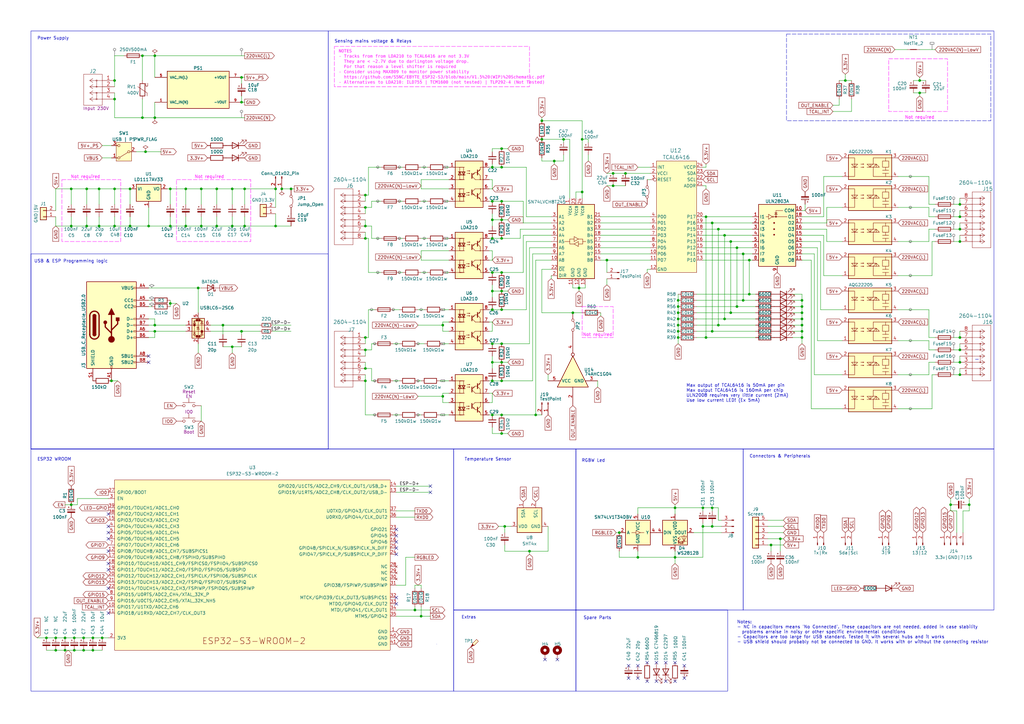
<source format=kicad_sch>
(kicad_sch (version 20250114) (generator "eeschema") (generator_version "9.0")
  (paper "A3")
  (title_block (title "Home Assistant module for lights control") (date "2024-11-14") (rev "20240908.25.8-2"))
  (rectangle (start 12.7 104.14) (end 134.62 184.15))
  (rectangle (start 134.62 12.7) (end 407.67 184.15))
  (rectangle (start 12.7 12.7) (end 134.62 184.15))
  (rectangle (start 25.4 73.66) (end 49.53 99.06) (stroke (width 0) (type dash) (color 255 0 255 1)))
  (rectangle (start 186.055 250.19) (end 236.22 283.464))
  (rectangle (start 186.055 184.15) (end 236.22 250.19))
  (rectangle (start 364.49 24.13) (end 388.62 45.72) (stroke (width 0) (type dash) (color 255 0 255 1)))
  (rectangle (start 137.16 19.05) (end 217.17 35.56) (stroke (width 0) (type dash) (color 255 0 255 1)))
  (rectangle (start 238.76 125.73) (end 251.46 138.43) (stroke (width 0) (type dash) (color 255 0 255 1)))
  (rectangle (start 236.22 184.15) (end 304.8 250.19))
  (rectangle (start 236.22 250.19) (end 298.45 283.464))
  (rectangle (start 72.39 73.66) (end 102.87 99.06) (stroke (width 0) (type dash) (color 255 0 255 1)))
  (rectangle (start 12.7 184.15) (end 186.055 283.464))
  (rectangle (start 322.58 13.97) (end 406.4 49.53) (stroke (width 0) (type dash)))
  (rectangle (start 304.8 184.15) (end 407.67 250.19))
  (text "USB & ESP Programming logic" (at 13.97 107.95 0) (effects (font (size 1.27 1.27)) (justify left bottom)))
  (text "NOTES\n- Tracks from from LDA210 to TCAL6416 are not 3.3V\n  They are < ~2.7V due to darlington voltage drop.\n  For that reason a level shifter is required\n- Consider using MAX809 to monitor power stability\n  https://github.com/S5NC/EBYTE_ESP32-S3/blob/main/V1.5%20(WIP)%20Schematic.pdf\n- Alternatives to LDA210: ILD755 | TCM1600 (not tested) | TLP292-4 (Not Tested)\n" (at 138.938 27.94 0) (effects (font (size 1.27 1.27)) (justify left)))
  (text "Not required" (at 245.11 137.414 0) (effects (font (size 1.27 1.27))))
  (text "Spare Parts" (at 239.268 254.254 0) (effects (font (size 1.27 1.27)) (justify left bottom)))
  (text "Temperature Sensor" (at 190.5 189.23 0) (effects (font (size 1.27 1.27)) (justify left bottom)))
  (text "Power Supply" (at 15.24 16.51 0) (effects (font (size 1.27 1.27)) (justify left bottom)))
  (text "Extras" (at 189.23 254 0) (effects (font (size 1.27 1.27)) (justify left bottom)))
  (text "Not required" (at 377.19 48.26 0) (effects (font (size 1.27 1.27))))
  (text "Not required" (at 85.852 72.644 0) (effects (font (size 1.27 1.27))))
  (text "Max output of TCAL6416 is 50mA per pin\nMax output TCAL6416 is 160mA per chip\nULN2008 requires very little current (2mA)\nUse low current LED! (Ex 5mA)\n\n" (at 281.432 162.306 0) (effects (font (size 1.27 1.27)) (justify left)))
  (text "Connectors & Peripherals" (at 307.34 187.96 0) (effects (font (size 1.27 1.27)) (justify left bottom)))
  (text "ESP32 WROOM\n" (at 15.24 189.23 0) (effects (font (size 1.27 1.27)) (justify left bottom)))
  (text "RGBW Led" (at 238.506 189.738 0) (effects (font (size 1.27 1.27)) (justify left bottom)))
  (text "Notes:\n- NC in capacitors means 'No Connected'. These capacitors are not needed, added in case stability \n  problems arraise in noisy or other specific environmental conditions\n- Capacitors are too large for USB standard. Tested it with several hubs and it works\n- USB shield should probably not be connected to GND. It works with or without the connecting resistor" (at 302.26 264.16 0) (effects (font (size 1.27 1.27)) (justify left bottom)))
  (text "Sensing mains voltage & Relays\n" (at 137.16 17.78 0) (effects (font (size 1.27 1.27)) (justify left bottom)))
  (text "Not required" (at 35.052 72.644 0) (effects (font (size 1.27 1.27))))
  (junction (at 82.55 92.71))
  (junction (at 328.93 130.81))
  (junction (at 278.13 128.27))
  (junction (at 205.74 148.59))
  (junction (at 201.93 170.18))
  (junction (at 288.29 215.9))
  (junction (at 328.93 123.19))
  (junction (at 234.95 128.27))
  (junction (at 29.21 207.01))
  (junction (at 289.56 138.43))
  (junction (at 201.93 119.38))
  (junction (at 328.93 125.73))
  (junction (at 181.61 133.35))
  (junction (at 393.7 99.06))
  (junction (at 201.93 148.59))
  (junction (at 294.64 93.98))
  (junction (at 149.86 92.71))
  (junction (at 172.72 252.73))
  (junction (at 95.25 92.71))
  (junction (at 304.8 123.19))
  (junction (at 299.72 128.27))
  (junction (at 149.86 151.13))
  (junction (at 46.99 77.47))
  (junction (at 201.93 111.76))
  (junction (at 219.71 170.18))
  (junction (at 19.05 261.62))
  (junction (at 82.55 77.47))
  (junction (at 119.38 77.47))
  (junction (at 227.33 66.04))
  (junction (at 113.03 77.47))
  (junction (at 238.76 78.74))
  (junction (at 278.13 138.43))
  (junction (at 149.86 85.09))
  (junction (at 149.86 97.79))
  (junction (at 115.57 77.47))
  (junction (at 69.85 77.47))
  (junction (at 205.74 60.96))
  (junction (at 30.48 261.62))
  (junction (at 302.26 101.6))
  (junction (at 328.93 128.27))
  (junction (at 276.86 208.28))
  (junction (at 99.06 31.75))
  (junction (at 100.33 77.47))
  (junction (at 22.86 266.7))
  (junction (at 292.1 91.44))
  (junction (at 205.74 170.18))
  (junction (at 149.86 138.43))
  (junction (at 45.72 156.21))
  (junction (at 29.21 92.71))
  (junction (at 316.23 223.52))
  (junction (at 95.25 142.24))
  (junction (at 393.7 143.51))
  (junction (at 76.2 77.47))
  (junction (at 91.44 133.35))
  (junction (at 278.13 123.19))
  (junction (at 58.42 48.26))
  (junction (at 205.74 140.97))
  (junction (at 389.89 207.01))
  (junction (at 297.18 130.81))
  (junction (at 88.9 92.71))
  (junction (at 217.17 226.06))
  (junction (at 328.93 133.35))
  (junction (at 201.93 82.55))
  (junction (at 35.56 77.47))
  (junction (at 53.34 77.47))
  (junction (at 377.19 33.02))
  (junction (at 346.71 33.02))
  (junction (at 278.13 135.89))
  (junction (at 292.1 208.28))
  (junction (at 278.13 130.81))
  (junction (at 81.28 118.11))
  (junction (at 393.7 88.9))
  (junction (at 59.69 62.23))
  (junction (at 393.7 153.67))
  (junction (at 22.86 261.62))
  (junction (at 41.91 261.62))
  (junction (at 38.1 261.62))
  (junction (at 222.25 57.15))
  (junction (at 251.46 71.12))
  (junction (at 393.7 83.82))
  (junction (at 95.25 77.47))
  (junction (at 29.21 77.47))
  (junction (at 53.34 92.71))
  (junction (at 149.86 80.01))
  (junction (at 63.5 48.26))
  (junction (at 35.56 92.71))
  (junction (at 205.74 177.8))
  (junction (at 201.93 90.17))
  (junction (at 205.74 119.38))
  (junction (at 231.14 57.15))
  (junction (at 299.72 99.06))
  (junction (at 328.93 135.89))
  (junction (at 205.74 156.21))
  (junction (at 99.06 135.89))
  (junction (at 149.86 156.21))
  (junction (at 289.56 88.9))
  (junction (at 181.61 162.56))
  (junction (at 292.1 215.9))
  (junction (at 320.04 220.98))
  (junction (at 302.26 125.73))
  (junction (at 26.67 266.7))
  (junction (at 201.93 68.58))
  (junction (at 46.99 40.64))
  (junction (at 63.5 22.86))
  (junction (at 307.34 120.65))
  (junction (at 34.29 266.7))
  (junction (at 222.25 49.53))
  (junction (at 205.74 82.55))
  (junction (at 46.99 92.71))
  (junction (at 248.92 106.68))
  (junction (at 60.96 92.71))
  (junction (at 63.5 135.89))
  (junction (at 69.85 92.71))
  (junction (at 393.7 148.59))
  (junction (at 238.76 57.15))
  (junction (at 99.06 41.91))
  (junction (at 377.19 38.1))
  (junction (at 397.51 207.01))
  (junction (at 69.85 124.46))
  (junction (at 278.13 125.73))
  (junction (at 393.7 138.43))
  (junction (at 88.9 77.47))
  (junction (at 26.67 261.62))
  (junction (at 205.74 111.76))
  (junction (at 294.64 133.35))
  (junction (at 30.48 266.7))
  (junction (at 328.93 138.43))
  (junction (at 34.29 261.62))
  (junction (at 207.01 215.9))
  (junction (at 201.93 156.21))
  (junction (at 304.8 104.14))
  (junction (at 46.99 33.02))
  (junction (at 276.86 228.6))
  (junction (at 40.64 77.47))
  (junction (at 76.2 92.71))
  (junction (at 292.1 135.89))
  (junction (at 251.46 76.2))
  (junction (at 297.18 96.52))
  (junction (at 149.86 143.51))
  (junction (at 261.62 228.6))
  (junction (at 58.42 22.86))
  (junction (at 393.7 93.98))
  (junction (at 237.49 118.11))
  (junction (at 40.64 92.71))
  (junction (at 205.74 97.79))
  (junction (at 113.03 92.71))
  (junction (at 63.5 133.35))
  (junction (at 205.74 90.17))
  (junction (at 288.29 208.28))
  (junction (at 201.93 127))
  (junction (at 307.34 106.68))
  (junction (at 201.93 140.97))
  (junction (at 256.54 71.12))
  (junction (at 278.13 133.35))
  (junction (at 170.18 250.19))
  (junction (at 205.74 68.58))
  (junction (at 100.33 92.71))
  (junction (at 205.74 127))
  (junction (at 201.93 97.79))
  (junction (at 254 218.44))
  (junction (at 38.1 266.7))
  (no_connect (at 269.24 279.4))
  (no_connect (at 261.62 273.05))
  (no_connect (at 44.45 241.3))
  (no_connect (at 265.43 279.4))
  (no_connect (at 176.53 199.39))
  (no_connect (at 44.45 218.44))
  (no_connect (at 162.56 222.25))
  (no_connect (at 280.67 273.05))
  (no_connect (at 60.96 148.59))
  (no_connect (at 60.96 146.05))
  (no_connect (at 176.53 201.93))
  (no_connect (at 276.86 279.4))
  (no_connect (at 44.45 226.06))
  (no_connect (at 261.62 278.13))
  (no_connect (at 269.24 271.78))
  (no_connect (at 265.43 271.78))
  (no_connect (at 257.81 273.05))
  (no_connect (at 273.05 279.4))
  (no_connect (at 44.45 251.46))
  (no_connect (at 162.56 247.65))
  (no_connect (at 162.56 227.33))
  (no_connect (at 162.56 245.11))
  (no_connect (at 162.56 219.71))
  (no_connect (at 162.56 217.17))
  (no_connect (at 162.56 224.79))
  (no_connect (at 44.45 210.82))
  (no_connect (at 44.45 233.68))
  (no_connect (at 44.45 231.14))
  (no_connect (at 44.45 215.9))
  (no_connect (at 223.52 270.51))
  (no_connect (at 228.6 270.51))
  (no_connect (at 273.05 271.78))
  (no_connect (at 44.45 220.98))
  (no_connect (at 280.67 278.13))
  (no_connect (at 257.81 278.13))
  (no_connect (at 276.86 271.78))
  (wire (pts (xy 297.18 130.81) (xy 309.88 130.81)))
  (wire (pts (xy 325.12 133.35) (xy 328.93 133.35)))
  (wire (pts (xy 237.49 116.84) (xy 237.49 118.11)))
  (wire (pts (xy 325.12 123.19) (xy 328.93 123.19)))
  (wire (pts (xy 377.19 38.1) (xy 379.73 38.1)))
  (wire (pts (xy 304.8 104.14) (xy 304.8 123.19)))
  (wire (pts (xy 163.83 170.18) (xy 161.29 170.18)))
  (wire (pts (xy 381 127) (xy 368.3 127)))
  (wire (pts (xy 207.01 215.9) (xy 209.55 215.9)))
  (wire (pts (xy 15.24 261.62) (xy 19.05 261.62)))
  (wire (pts (xy 204.47 215.9) (xy 207.01 215.9)))
  (wire (pts (xy 393.7 96.52) (xy 393.7 99.06)))
  (wire (pts (xy 337.82 113.03) (xy 345.44 113.03)))
  (wire (pts (xy 292.1 215.9) (xy 295.91 215.9)))
  (wire (pts (xy 69.85 92.71) (xy 76.2 92.71)))
  (wire (pts (xy 236.22 78.74) (xy 238.76 78.74)))
  (wire (pts (xy 22.86 77.47) (xy 29.21 77.47)))
  (wire (pts (xy 226.06 99.06) (xy 215.9 99.06)))
  (wire (pts (xy 240.03 118.11) (xy 237.49 118.11)))
  (wire (pts (xy 224.79 215.9) (xy 224.79 226.06)))
  (wire (pts (xy 383.54 83.82) (xy 381 83.82)))
  (wire (pts (xy 254 218.44) (xy 252.73 218.44)))
  (wire (pts (xy 63.5 22.86) (xy 100.33 22.86)))
  (wire (pts (xy 205.74 68.58) (xy 201.93 68.58)))
  (wire (pts (xy 278.13 123.19) (xy 278.13 125.73)))
  (wire (pts (xy 251.46 76.2) (xy 256.54 76.2)))
  (wire (pts (xy 29.21 77.47) (xy 29.21 83.82)))
  (wire (pts (xy 234.95 116.84) (xy 234.95 118.11)))
  (wire (pts (xy 292.1 208.28) (xy 294.64 208.28)))
  (wire (pts (xy 205.74 156.21) (xy 201.93 156.21)))
  (wire (pts (xy 288.29 88.9) (xy 289.56 88.9)))
  (wire (pts (xy 205.74 140.97) (xy 217.17 140.97)))
  (wire (pts (xy 60.96 138.43) (xy 63.5 138.43)))
  (wire (pts (xy 394.97 209.55) (xy 397.51 209.55)))
  (wire (pts (xy 381 72.39) (xy 368.3 72.39)))
  (wire (pts (xy 392.43 218.44) (xy 392.43 209.55)))
  (wire (pts (xy 328.93 125.73) (xy 328.93 128.27)))
  (wire (pts (xy 285.75 133.35) (xy 294.64 133.35)))
  (wire (pts (xy 58.42 22.86) (xy 63.5 22.86)))
  (wire (pts (xy 222.25 128.27) (xy 234.95 128.27)))
  (wire (pts (xy 246.38 88.9) (xy 266.7 88.9)))
  (wire (pts (xy 82.55 88.9) (xy 82.55 92.71)))
  (wire (pts (xy 166.37 228.6) (xy 170.18 228.6)))
  (wire (pts (xy 289.56 77.47) (xy 289.56 76.2)))
  (wire (pts (xy 336.55 127) (xy 345.44 127)))
  (wire (pts (xy 151.13 127) (xy 153.67 127)))
  (wire (pts (xy 201.93 140.97) (xy 200.66 140.97)))
  (wire (pts (xy 152.4 151.13) (xy 149.86 151.13)))
  (wire (pts (xy 181.61 127) (xy 184.15 127)))
  (wire (pts (xy 227.33 66.04) (xy 231.14 66.04)))
  (wire (pts (xy 63.5 133.35) (xy 63.5 130.81)))
  (wire (pts (xy 344.17 43.18) (xy 341.63 43.18)))
  (wire (pts (xy 162.56 201.93) (xy 176.53 201.93)))
  (wire (pts (xy 88.9 77.47) (xy 95.25 77.47)))
  (wire (pts (xy 328.93 133.35) (xy 328.93 135.89)))
  (wire (pts (xy 334.01 153.67) (xy 334.01 104.14)))
  (wire (pts (xy 292.1 91.44) (xy 292.1 135.89)))
  (wire (pts (xy 162.56 240.03) (xy 166.37 240.03)))
  (wire (pts (xy 261.62 208.28) (xy 276.86 208.28)))
  (wire (pts (xy 63.5 130.81) (xy 60.96 130.81)))
  (wire (pts (xy 91.44 133.35) (xy 91.44 137.16)))
  (wire (pts (xy 382.27 153.67) (xy 382.27 167.64)))
  (wire (pts (xy 58.42 33.02) (xy 58.42 22.86)))
  (wire (pts (xy 246.38 99.06) (xy 266.7 99.06)))
  (wire (pts (xy 205.74 177.8) (xy 201.93 177.8)))
  (wire (pts (xy 45.72 156.21) (xy 48.26 156.21)))
  (wire (pts (xy 276.86 228.6) (xy 288.29 228.6)))
  (wire (pts (xy 381 99.06) (xy 381 93.98)))
  (wire (pts (xy 222.25 49.53) (xy 238.76 49.53)))
  (wire (pts (xy 222.25 64.77) (xy 222.25 66.04)))
  (wire (pts (xy 328.93 93.98) (xy 339.09 93.98)))
  (wire (pts (xy 152.4 140.97) (xy 152.4 143.51)))
  (wire (pts (xy 302.26 125.73) (xy 309.88 125.73)))
  (wire (pts (xy 152.4 85.09) (xy 149.86 85.09)))
  (wire (pts (xy 205.74 97.79) (xy 213.36 97.79)))
  (wire (pts (xy 115.57 77.47) (xy 119.38 77.47)))
  (wire (pts (xy 201.93 67.31) (xy 201.93 68.58)))
  (wire (pts (xy 383.54 138.43) (xy 381 138.43)))
  (wire (pts (xy 299.72 99.06) (xy 308.61 99.06)))
  (wire (pts (xy 382.27 113.03) (xy 368.3 113.03)))
  (wire (pts (xy 381 143.51) (xy 381 139.7)))
  (wire (pts (xy 22.86 86.36) (xy 22.86 77.47)))
  (wire (pts (xy 320.04 220.98) (xy 321.31 220.98)))
  (wire (pts (xy 393.7 86.36) (xy 393.7 88.9)))
  (wire (pts (xy 246.38 104.14) (xy 266.7 104.14)))
  (wire (pts (xy 201.93 119.38) (xy 201.93 116.84)))
  (wire (pts (xy 205.74 82.55) (xy 214.63 82.55)))
  (wire (pts (xy 336.55 99.06) (xy 336.55 127)))
  (wire (pts (xy 325.12 135.89) (xy 328.93 135.89)))
  (wire (pts (xy 201.93 77.47) (xy 200.66 77.47)))
  (wire (pts (xy 222.25 110.49) (xy 226.06 110.49)))
  (wire (pts (xy 222.25 110.49) (xy 222.25 128.27)))
  (wire (pts (xy 307.34 120.65) (xy 309.88 120.65)))
  (wire (pts (xy 76.2 88.9) (xy 76.2 92.71)))
  (wire (pts (xy 297.18 96.52) (xy 297.18 130.81)))
  (wire (pts (xy 176.53 250.19) (xy 170.18 250.19)))
  (wire (pts (xy 288.29 68.58) (xy 289.56 68.58)))
  (wire (pts (xy 53.34 88.9) (xy 53.34 92.71)))
  (wire (pts (xy 149.86 97.79) (xy 149.86 95.25)))
  (wire (pts (xy 251.46 71.12) (xy 256.54 71.12)))
  (wire (pts (xy 152.4 97.79) (xy 156.21 97.79)))
  (wire (pts (xy 207.01 226.06) (xy 217.17 226.06)))
  (wire (pts (xy 328.93 91.44) (xy 339.09 91.44)))
  (wire (pts (xy 95.25 88.9) (xy 95.25 92.71)))
  (wire (pts (xy 58.42 40.64) (xy 58.42 48.26)))
  (wire (pts (xy 205.74 148.59) (xy 201.93 148.59)))
  (wire (pts (xy 261.62 208.28) (xy 261.62 210.82)))
  (wire (pts (xy 288.29 93.98) (xy 294.64 93.98)))
  (wire (pts (xy 201.93 151.13) (xy 201.93 148.59)))
  (wire (pts (xy 76.2 77.47) (xy 76.2 83.82)))
  (wire (pts (xy 205.74 127) (xy 215.9 127)))
  (wire (pts (xy 285.75 120.65) (xy 307.34 120.65)))
  (wire (pts (xy 113.03 92.71) (xy 119.38 92.71)))
  (wire (pts (xy 294.64 133.35) (xy 309.88 133.35)))
  (wire (pts (xy 201.93 68.58) (xy 200.66 68.58)))
  (wire (pts (xy 254 228.6) (xy 261.62 228.6)))
  (wire (pts (xy 276.86 228.6) (xy 276.86 231.14)))
  (wire (pts (xy 100.33 88.9) (xy 100.33 92.71)))
  (wire (pts (xy 374.65 38.1) (xy 377.19 38.1)))
  (wire (pts (xy 383.54 88.9) (xy 381 88.9)))
  (wire (pts (xy 201.93 92.71) (xy 201.93 90.17)))
  (wire (pts (xy 205.74 111.76) (xy 201.93 111.76)))
  (wire (pts (xy 29.21 92.71) (xy 35.56 92.71)))
  (wire (pts (xy 213.36 93.98) (xy 213.36 97.79)))
  (wire (pts (xy 46.99 38.1) (xy 46.99 40.64)))
  (wire (pts (xy 381 93.98) (xy 383.54 93.98)))
  (wire (pts (xy 265.43 110.49) (xy 266.7 110.49)))
  (wire (pts (xy 19.05 261.62) (xy 22.86 261.62)))
  (wire (pts (xy 393.7 138.43) (xy 391.16 138.43)))
  (wire (pts (xy 95.25 142.24) (xy 95.25 144.78)))
  (wire (pts (xy 278.13 133.35) (xy 278.13 135.89)))
  (wire (pts (xy 222.25 66.04) (xy 227.33 66.04)))
  (wire (pts (xy 278.13 135.89) (xy 278.13 138.43)))
  (wire (pts (xy 278.13 128.27) (xy 278.13 130.81)))
  (wire (pts (xy 328.93 123.19) (xy 328.93 125.73)))
  (wire (pts (xy 393.7 153.67) (xy 391.16 153.67)))
  (wire (pts (xy 201.93 62.23) (xy 201.93 60.96)))
  (wire (pts (xy 214.63 96.52) (xy 226.06 96.52)))
  (wire (pts (xy 99.06 39.37) (xy 99.06 41.91)))
  (wire (pts (xy 152.4 82.55) (xy 156.21 82.55)))
  (wire (pts (xy 299.72 99.06) (xy 299.72 128.27)))
  (wire (pts (xy 393.7 148.59) (xy 391.16 148.59)))
  (wire (pts (xy 219.71 106.68) (xy 219.71 170.18)))
  (wire (pts (xy 393.7 153.67) (xy 393.7 151.13)))
  (wire (pts (xy 163.83 140.97) (xy 161.29 140.97)))
  (wire (pts (xy 392.43 209.55) (xy 389.89 209.55)))
  (wire (pts (xy 166.37 240.03) (xy 166.37 228.6)))
  (wire (pts (xy 63.5 48.26) (xy 100.33 48.26)))
  (wire (pts (xy 205.74 119.38) (xy 208.28 119.38)))
  (wire (pts (xy 35.56 77.47) (xy 40.64 77.47)))
  (wire (pts (xy 26.67 207.01) (xy 29.21 207.01)))
  (wire (pts (xy 321.31 218.44) (xy 314.96 218.44)))
  (wire (pts (xy 278.13 125.73) (xy 278.13 128.27)))
  (wire (pts (xy 294.64 93.98) (xy 308.61 93.98)))
  (wire (pts (xy 205.74 68.58) (xy 215.9 68.58)))
  (wire (pts (xy 288.29 228.6) (xy 288.29 215.9)))
  (wire (pts (xy 226.06 93.98) (xy 213.36 93.98)))
  (wire (pts (xy 330.2 86.36) (xy 328.93 86.36)))
  (wire (pts (xy 69.85 77.47) (xy 76.2 77.47)))
  (wire (pts (xy 201.93 102.87) (xy 200.66 102.87)))
  (wire (pts (xy 35.56 92.71) (xy 40.64 92.71)))
  (wire (pts (xy 238.76 57.15) (xy 238.76 78.74)))
  (wire (pts (xy 59.69 62.23) (xy 66.04 62.23)))
  (wire (pts (xy 393.7 135.89) (xy 393.7 138.43)))
  (wire (pts (xy 285.75 138.43) (xy 289.56 138.43)))
  (wire (pts (xy 246.38 96.52) (xy 266.7 96.52)))
  (wire (pts (xy 294.64 208.28) (xy 294.64 213.36)))
  (wire (pts (xy 217.17 226.06) (xy 217.17 227.33)))
  (wire (pts (xy 201.93 77.47) (xy 201.93 73.66)))
  (wire (pts (xy 181.61 133.35) (xy 181.61 132.08)))
  (wire (pts (xy 149.86 82.55) (xy 149.86 80.01)))
  (wire (pts (xy 224.79 226.06) (xy 217.17 226.06)))
  (wire (pts (xy 34.29 261.62) (xy 38.1 261.62)))
  (wire (pts (xy 151.13 80.01) (xy 149.86 80.01)))
  (wire (pts (xy 201.93 165.1) (xy 200.66 165.1)))
  (wire (pts (xy 175.26 111.76) (xy 172.72 111.76)))
  (wire (pts (xy 248.92 106.68) (xy 248.92 111.76)))
  (wire (pts (xy 173.99 140.97) (xy 171.45 140.97)))
  (wire (pts (xy 207.01 223.52) (xy 207.01 226.06)))
  (wire (pts (xy 339.09 85.09) (xy 339.09 91.44)))
  (wire (pts (xy 299.72 128.27) (xy 309.88 128.27)))
  (wire (pts (xy 29.21 77.47) (xy 35.56 77.47)))
  (wire (pts (xy 383.54 143.51) (xy 381 143.51)))
  (wire (pts (xy 278.13 120.65) (xy 278.13 123.19)))
  (wire (pts (xy 276.86 226.06) (xy 276.86 228.6)))
  (wire (pts (xy 76.2 77.47) (xy 82.55 77.47)))
  (wire (pts (xy 288.29 96.52) (xy 297.18 96.52)))
  (wire (pts (xy 88.9 92.71) (xy 95.25 92.71)))
  (wire (pts (xy 325.12 128.27) (xy 328.93 128.27)))
  (wire (pts (xy 368.3 153.67) (xy 381 153.67)))
  (wire (pts (xy 152.4 82.55) (xy 152.4 85.09)))
  (wire (pts (xy 201.93 106.68) (xy 201.93 102.87)))
  (wire (pts (xy 397.51 207.01) (xy 396.24 207.01)))
  (wire (pts (xy 288.29 91.44) (xy 292.1 91.44)))
  (wire (pts (xy 30.48 266.7) (xy 34.29 266.7)))
  (wire (pts (xy 328.93 130.81) (xy 328.93 133.35)))
  (wire (pts (xy 368.3 99.06) (xy 381 99.06)))
  (wire (pts (xy 292.1 209.55) (xy 292.1 208.28)))
  (wire (pts (xy 82.55 166.37) (xy 82.55 172.72)))
  (wire (pts (xy 332.74 106.68) (xy 332.74 167.64)))
  (wire (pts (xy 22.86 92.71) (xy 29.21 92.71)))
  (polyline (pts (xy 401.32 147.32) (xy 400.05 147.32)))
  (wire (pts (xy 149.86 87.63) (xy 149.86 85.09)))
  (wire (pts (xy 149.86 92.71) (xy 149.86 90.17)))
  (wire (pts (xy 289.56 67.31) (xy 289.56 68.58)))
  (wire (pts (xy 82.55 77.47) (xy 82.55 83.82)))
  (wire (pts (xy 288.29 101.6) (xy 302.26 101.6)))
  (wire (pts (xy 95.25 77.47) (xy 100.33 77.47)))
  (wire (pts (xy 231.14 57.15) (xy 233.68 57.15)))
  (wire (pts (xy 276.86 208.28) (xy 276.86 210.82)))
  (wire (pts (xy 288.29 209.55) (xy 288.29 208.28)))
  (wire (pts (xy 46.99 40.64) (xy 46.99 48.26)))
  (wire (pts (xy 95.25 77.47) (xy 95.25 83.82)))
  (wire (pts (xy 176.53 252.73) (xy 172.72 252.73)))
  (wire (pts (xy 201.93 127) (xy 205.74 127)))
  (wire (pts (xy 383.54 153.67) (xy 382.27 153.67)))
  (wire (pts (xy 69.85 123.19) (xy 69.85 124.46)))
  (wire (pts (xy 240.03 116.84) (xy 240.03 118.11)))
  (wire (pts (xy 226.06 104.14) (xy 218.44 104.14)))
  (wire (pts (xy 381 139.7) (xy 368.3 139.7)))
  (wire (pts (xy 182.88 68.58) (xy 184.15 68.58)))
  (wire (pts (xy 26.67 261.62) (xy 30.48 261.62)))
  (wire (pts (xy 337.82 88.9) (xy 328.93 88.9)))
  (wire (pts (xy 201.93 177.8) (xy 201.93 175.26)))
  (wire (pts (xy 180.34 156.21) (xy 184.15 156.21)))
  (wire (pts (xy 60.96 85.09) (xy 60.96 92.71)))
  (wire (pts (xy 152.4 156.21) (xy 152.4 151.13)))
  (wire (pts (xy 328.93 128.27) (xy 328.93 130.81)))
  (wire (pts (xy 288.29 104.14) (xy 304.8 104.14)))
  (wire (pts (xy 328.93 99.06) (xy 336.55 99.06)))
  (wire (pts (xy 53.34 92.71) (xy 60.96 92.71)))
  (wire (pts (xy 172.72 73.66) (xy 184.15 73.66)))
  (wire (pts (xy 181.61 161.29) (xy 184.15 161.29)))
  (wire (pts (xy 69.85 124.46) (xy 69.85 125.73)))
  (wire (pts (xy 284.48 218.44) (xy 295.91 218.44)))
  (wire (pts (xy 182.88 97.79) (xy 184.15 97.79)))
  (wire (pts (xy 201.93 73.66) (xy 200.66 73.66)))
  (wire (pts (xy 119.38 77.47) (xy 120.65 77.47)))
  (wire (pts (xy 40.64 77.47) (xy 40.64 83.82)))
  (wire (pts (xy 238.76 49.53) (xy 238.76 57.15)))
  (wire (pts (xy 165.1 111.76) (xy 163.83 111.76)))
  (wire (pts (xy 34.29 266.7) (xy 38.1 266.7)))
  (wire (pts (xy 180.34 170.18) (xy 184.15 170.18)))
  (wire (pts (xy 222.25 48.26) (xy 222.25 49.53)))
  (wire (pts (xy 328.93 120.65) (xy 325.12 120.65)))
  (wire (pts (xy 151.13 68.58) (xy 156.21 68.58)))
  (wire (pts (xy 227.33 67.31) (xy 227.33 66.04)))
  (wire (pts (xy 82.55 77.47) (xy 88.9 77.47)))
  (wire (pts (xy 389.89 209.55) (xy 389.89 207.01)))
  (wire (pts (xy 22.86 261.62) (xy 26.67 261.62)))
  (wire (pts (xy 205.74 170.18) (xy 201.93 170.18)))
  (wire (pts (xy 201.93 82.55) (xy 200.66 82.55)))
  (wire (pts (xy 172.72 170.18) (xy 171.45 170.18)))
  (wire (pts (xy 215.9 88.9) (xy 215.9 68.58)))
  (wire (pts (xy 294.64 93.98) (xy 294.64 133.35)))
  (wire (pts (xy 381 85.09) (xy 368.3 85.09)))
  (wire (pts (xy 62.23 123.19) (xy 60.96 123.19)))
  (wire (pts (xy 170.18 250.19) (xy 162.56 250.19)))
  (wire (pts (xy 208.28 177.8) (xy 205.74 177.8)))
  (wire (pts (xy 88.9 88.9) (xy 88.9 92.71)))
  (wire (pts (xy 381 138.43) (xy 381 127)))
  (wire (pts (xy 241.3 63.5) (xy 241.3 66.04)))
  (wire (pts (xy 285.75 130.81) (xy 297.18 130.81)))
  (wire (pts (xy 172.72 102.87) (xy 184.15 102.87)))
  (wire (pts (xy 226.06 113.03) (xy 226.06 114.3)))
  (wire (pts (xy 215.9 88.9) (xy 226.06 88.9)))
  (wire (pts (xy 219.71 106.68) (xy 226.06 106.68)))
  (wire (pts (xy 149.86 170.18) (xy 153.67 170.18)))
  (wire (pts (xy 383.54 99.06) (xy 382.27 99.06)))
  (wire (pts (xy 321.31 213.36) (xy 314.96 213.36)))
  (wire (pts (xy 181.61 135.89) (xy 181.61 133.35)))
  (wire (pts (xy 246.38 106.68) (xy 248.92 106.68)))
  (wire (pts (xy 69.85 124.46) (xy 72.39 124.46)))
  (wire (pts (xy 171.45 127) (xy 173.99 127)))
  (wire (pts (xy 91.44 142.24) (xy 95.25 142.24)))
  (wire (pts (xy 205.74 170.18) (xy 219.71 170.18)))
  (wire (pts (xy 149.86 156.21) (xy 149.86 170.18)))
  (wire (pts (xy 289.56 76.2) (xy 288.29 76.2)))
  (wire (pts (xy 88.9 77.47) (xy 88.9 83.82)))
  (wire (pts (xy 149.86 146.05) (xy 149.86 143.51)))
  (wire (pts (xy 163.83 156.21) (xy 161.29 156.21)))
  (wire (pts (xy 86.36 135.89) (xy 99.06 135.89)))
  (wire (pts (xy 292.1 135.89) (xy 309.88 135.89)))
  (wire (pts (xy 288.29 208.28) (xy 292.1 208.28)))
  (wire (pts (xy 295.91 213.36) (xy 294.64 213.36)))
  (wire (pts (xy 151.13 97.79) (xy 151.13 111.76)))
  (wire (pts (xy 201.93 121.92) (xy 201.93 119.38)))
  (wire (pts (xy 304.8 123.19) (xy 309.88 123.19)))
  (wire (pts (xy 172.72 73.66) (xy 172.72 77.47)))
  (wire (pts (xy 201.93 135.89) (xy 201.93 132.08)))
  (wire (pts (xy 321.31 215.9) (xy 314.96 215.9)))
  (wire (pts (xy 233.68 57.15) (xy 233.68 81.28)))
  (wire (pts (xy 349.25 45.72) (xy 349.25 40.64)))
  (wire (pts (xy 165.1 97.79) (xy 163.83 97.79)))
  (wire (pts (xy 99.06 31.75) (xy 100.33 31.75)))
  (wire (pts (xy 99.06 135.89) (xy 106.68 135.89)))
  (wire (pts (xy 162.56 199.39) (xy 176.53 199.39)))
  (wire (pts (xy 325.12 125.73) (xy 328.93 125.73)))
  (wire (pts (xy 181.61 132.08) (xy 184.15 132.08)))
  (wire (pts (xy 22.86 88.9) (xy 22.86 92.71)))
  (wire (pts (xy 46.99 92.71) (xy 53.34 92.71)))
  (wire (pts (xy 46.99 33.02) (xy 46.99 22.86)))
  (wire (pts (xy 201.93 148.59) (xy 201.93 146.05)))
  (wire (pts (xy 201.93 106.68) (xy 200.66 106.68)))
  (wire (pts (xy 181.61 165.1) (xy 181.61 162.56)))
  (wire (pts (xy 393.7 140.97) (xy 393.7 143.51)))
  (wire (pts (xy 289.56 88.9) (xy 289.56 138.43)))
  (wire (pts (xy 41.91 64.77) (xy 45.72 64.77)))
  (wire (pts (xy 238.76 78.74) (xy 238.76 81.28)))
  (wire (pts (xy 201.93 161.29) (xy 200.66 161.29)))
  (wire (pts (xy 208.28 148.59) (xy 205.74 148.59)))
  (wire (pts (xy 19.05 266.7) (xy 22.86 266.7)))
  (wire (pts (xy 276.86 207.01) (xy 276.86 208.28)))
  (wire (pts (xy 38.1 261.62) (xy 41.91 261.62)))
  (wire (pts (xy 76.2 92.71) (xy 82.55 92.71)))
  (wire (pts (xy 241.3 57.15) (xy 241.3 58.42)))
  (wire (pts (xy 332.74 167.64) (xy 345.44 167.64)))
  (wire (pts (xy 149.86 151.13) (xy 149.86 148.59)))
  (wire (pts (xy 111.76 135.89) (xy 119.38 135.89)))
  (wire (pts (xy 377.19 31.75) (xy 377.19 33.02)))
  (wire (pts (xy 391.16 88.9) (xy 393.7 88.9)))
  (wire (pts (xy 149.86 140.97) (xy 149.86 138.43)))
  (wire (pts (xy 172.72 106.68) (xy 184.15 106.68)))
  (wire (pts (xy 330.2 86.36) (xy 330.2 83.82)))
  (wire (pts (xy 265.43 73.66) (xy 266.7 73.66)))
  (wire (pts (xy 246.38 101.6) (xy 266.7 101.6)))
  (wire (pts (xy 172.72 102.87) (xy 172.72 106.68)))
  (wire (pts (xy 261.62 226.06) (xy 261.62 228.6)))
  (wire (pts (xy 254 226.06) (xy 254 228.6)))
  (wire (pts (xy 60.96 135.89) (xy 63.5 135.89)))
  (wire (pts (xy 302.26 101.6) (xy 302.26 125.73)))
  (wire (pts (xy 205.74 90.17) (xy 201.93 90.17)))
  (wire (pts (xy 335.28 139.7) (xy 345.44 139.7)))
  (wire (pts (xy 40.64 88.9) (xy 40.64 92.71)))
  (wire (pts (xy 63.5 41.91) (xy 63.5 48.26)))
  (wire (pts (xy 95.25 142.24) (xy 99.06 142.24)))
  (wire (pts (xy 256.54 71.12) (xy 266.7 71.12)))
  (wire (pts (xy 346.71 33.02) (xy 349.25 33.02)))
  (wire (pts (xy 222.25 57.15) (xy 231.14 57.15)))
  (wire (pts (xy 325.12 130.81) (xy 328.93 130.81)))
  (wire (pts (xy 100.33 77.47) (xy 100.33 83.82)))
  (wire (pts (xy 207.01 215.9) (xy 207.01 218.44)))
  (wire (pts (xy 35.56 83.82) (xy 35.56 77.47)))
  (wire (pts (xy 53.34 77.47) (xy 53.34 83.82)))
  (wire (pts (xy 182.88 82.55) (xy 184.15 82.55)))
  (wire (pts (xy 99.06 31.75) (xy 99.06 34.29)))
  (wire (pts (xy 345.44 72.39) (xy 337.82 72.39)))
  (wire (pts (xy 30.48 261.62) (xy 34.29 261.62)))
  (wire (pts (xy 63.5 22.86) (xy 63.5 31.75)))
  (wire (pts (xy 328.93 96.52) (xy 337.82 96.52)))
  (wire (pts (xy 46.99 88.9) (xy 46.99 92.71)))
  (wire (pts (xy 248.92 76.2) (xy 251.46 76.2)))
  (wire (pts (xy 151.13 127) (xy 151.13 138.43)))
  (wire (pts (xy 393.7 91.44) (xy 393.7 93.98)))
  (wire (pts (xy 81.28 118.11) (xy 82.55 118.11)))
  (wire (pts (xy 339.09 93.98) (xy 339.09 99.06)))
  (wire (pts (xy 381 83.82) (xy 381 72.39)))
  (wire (pts (xy 316.23 223.52) (xy 321.31 223.52)))
  (wire (pts (xy 172.72 252.73) (xy 162.56 252.73)))
  (wire (pts (xy 391.16 83.82) (xy 393.7 83.82)))
  (wire (pts (xy 201.93 135.89) (xy 200.66 135.89)))
  (wire (pts (xy 208.28 90.17) (xy 205.74 90.17)))
  (wire (pts (xy 377.19 20.32) (xy 383.54 20.32)))
  (wire (pts (xy 334.01 153.67) (xy 345.44 153.67)))
  (wire (pts (xy 201.93 127) (xy 200.66 127)))
  (wire (pts (xy 393.7 143.51) (xy 391.16 143.51)))
  (wire (pts (xy 172.72 68.58) (xy 175.26 68.58)))
  (wire (pts (xy 31.75 204.47) (xy 44.45 204.47)))
  (wire (pts (xy 172.72 156.21) (xy 171.45 156.21)))
  (polyline (pts (xy 179.07 264.16) (xy 179.07 264.16)))
  (wire (pts (xy 218.44 104.14) (xy 218.44 156.21)))
  (wire (pts (xy 182.88 111.76) (xy 184.15 111.76)))
  (wire (pts (xy 81.28 144.78) (xy 81.28 140.97)))
  (wire (pts (xy 163.83 127) (xy 161.29 127)))
  (wire (pts (xy 208.28 60.96) (xy 205.74 60.96)))
  (wire (pts (xy 100.33 92.71) (xy 113.03 92.71)))
  (wire (pts (xy 391.16 93.98) (xy 393.7 93.98)))
  (wire (pts (xy 68.58 77.47) (xy 69.85 77.47)))
  (wire (pts (xy 172.72 240.03) (xy 170.18 240.03)))
  (wire (pts (xy 151.13 97.79) (xy 149.86 97.79)))
  (wire (pts (xy 381 153.67) (xy 381 148.59)))
  (wire (pts (xy 285.75 123.19) (xy 304.8 123.19)))
  (wire (pts (xy 285.75 128.27) (xy 299.72 128.27)))
  (wire (pts (xy 170.18 209.55) (xy 162.56 209.55)))
  (wire (pts (xy 152.4 143.51) (xy 149.86 143.51)))
  (wire (pts (xy 304.8 104.14) (xy 308.61 104.14)))
  (wire (pts (xy 394.97 218.44) (xy 394.97 209.55)))
  (wire (pts (xy 165.1 82.55) (xy 163.83 82.55)))
  (wire (pts (xy 217.17 101.6) (xy 217.17 140.97)))
  (wire (pts (xy 172.72 241.3) (xy 172.72 240.03)))
  (wire (pts (xy 307.34 106.68) (xy 308.61 106.68)))
  (wire (pts (xy 95.25 92.71) (xy 100.33 92.71)))
  (wire (pts (xy 248.92 71.12) (xy 251.46 71.12)))
  (wire (pts (xy 35.56 88.9) (xy 35.56 92.71)))
  (wire (pts (xy 246.38 128.27) (xy 246.38 129.54)))
  (wire (pts (xy 152.4 156.21) (xy 153.67 156.21)))
  (wire (pts (xy 82.55 92.71) (xy 88.9 92.71)))
  (wire (pts (xy 245.11 156.21) (xy 245.11 158.75)))
  (wire (pts (xy 261.62 228.6) (xy 276.86 228.6)))
  (wire (pts (xy 205.74 111.76) (xy 214.63 111.76)))
  (wire (pts (xy 31.75 204.47) (xy 31.75 207.01)))
  (wire (pts (xy 38.1 266.7) (xy 41.91 266.7)))
  (wire (pts (xy 231.14 63.5) (xy 231.14 66.04)))
  (wire (pts (xy 201.93 170.18) (xy 200.66 170.18)))
  (wire (pts (xy 86.36 133.35) (xy 91.44 133.35)))
  (wire (pts (xy 307.34 106.68) (xy 307.34 120.65)))
  (wire (pts (xy 285.75 135.89) (xy 292.1 135.89)))
  (wire (pts (xy 234.95 118.11) (xy 237.49 118.11)))
  (wire (pts (xy 111.76 133.35) (xy 119.38 133.35)))
  (wire (pts (xy 325.12 138.43) (xy 328.93 138.43)))
  (wire (pts (xy 328.93 106.68) (xy 332.74 106.68)))
  (wire (pts (xy 46.99 77.47) (xy 46.99 83.82)))
  (wire (pts (xy 288.29 106.68) (xy 307.34 106.68)))
  (wire (pts (xy 181.61 162.56) (xy 181.61 161.29)))
  (wire (pts (xy 41.91 59.69) (xy 45.72 59.69)))
  (wire (pts (xy 214.63 91.44) (xy 226.06 91.44)))
  (wire (pts (xy 152.4 92.71) (xy 149.86 92.71)))
  (wire (pts (xy 261.62 68.58) (xy 266.7 68.58)))
  (wire (pts (xy 391.16 207.01) (xy 389.89 207.01)))
  (wire (pts (xy 152.4 140.97) (xy 153.67 140.97)))
  (wire (pts (xy 382.27 99.06) (xy 382.27 113.03)))
  (wire (pts (xy 46.99 48.26) (xy 58.42 48.26)))
  (wire (pts (xy 377.19 33.02) (xy 379.73 33.02)))
  (wire (pts (xy 393.7 81.28) (xy 393.7 83.82)))
  (wire (pts (xy 381 88.9) (xy 381 85.09)))
  (wire (pts (xy 278.13 138.43) (xy 278.13 140.97)))
  (wire (pts (xy 81.28 118.11) (xy 81.28 128.27)))
  (wire (pts (xy 149.86 153.67) (xy 149.86 156.21)))
  (wire (pts (xy 41.91 261.62) (xy 44.45 261.62)))
  (wire (pts (xy 248.92 106.68) (xy 266.7 106.68)))
  (wire (pts (xy 46.99 22.86) (xy 50.8 22.86)))
  (wire (pts (xy 205.74 82.55) (xy 201.93 82.55)))
  (wire (pts (xy 201.93 119.38) (xy 205.74 119.38)))
  (wire (pts (xy 320.04 220.98) (xy 314.96 220.98)))
  (wire (pts (xy 248.92 116.84) (xy 248.92 114.3)))
  (wire (pts (xy 397.51 204.47) (xy 397.51 207.01)))
  (wire (pts (xy 381 148.59) (xy 383.54 148.59)))
  (wire (pts (xy 302.26 101.6) (xy 308.61 101.6)))
  (wire (pts (xy 99.06 41.91) (xy 100.33 41.91)))
  (wire (pts (xy 113.03 85.09) (xy 113.03 77.47)))
  (wire (pts (xy 151.13 68.58) (xy 151.13 80.01)))
  (wire (pts (xy 60.96 133.35) (xy 63.5 133.35)))
  (wire (pts (xy 328.93 135.89) (xy 328.93 138.43)))
  (wire (pts (xy 175.26 82.55) (xy 172.72 82.55)))
  (wire (pts (xy 341.63 45.72) (xy 349.25 45.72)))
  (wire (pts (xy 391.16 99.06) (xy 393.7 99.06)))
  (wire (pts (xy 26.67 266.7) (xy 30.48 266.7)))
  (wire (pts (xy 297.18 96.52) (xy 308.61 96.52)))
  (wire (pts (xy 374.65 33.02) (xy 377.19 33.02)))
  (wire (pts (xy 335.28 101.6) (xy 335.28 139.7)))
  (wire (pts (xy 346.71 33.02) (xy 344.17 33.02)))
  (wire (pts (xy 339.09 85.09) (xy 345.44 85.09)))
  (wire (pts (xy 76.2 135.89) (xy 63.5 135.89)))
  (wire (pts (xy 289.56 88.9) (xy 308.61 88.9)))
  (wire (pts (xy 40.64 92.71) (xy 46.99 92.71)))
  (wire (pts (xy 60.96 118.11) (xy 81.28 118.11)))
  (wire (pts (xy 205.74 140.97) (xy 201.93 140.97)))
  (wire (pts (xy 151.13 138.43) (xy 149.86 138.43)))
  (wire (pts (xy 377.19 38.1) (xy 377.19 39.37)))
  (wire (pts (xy 389.89 204.47) (xy 389.89 207.01)))
  (wire (pts (xy 201.93 132.08) (xy 200.66 132.08)))
  (wire (pts (xy 181.61 140.97) (xy 184.15 140.97)))
  (wire (pts (xy 393.7 146.05) (xy 393.7 148.59)))
  (wire (pts (xy 285.75 125.73) (xy 302.26 125.73)))
  (wire (pts (xy 55.88 62.23) (xy 59.69 62.23)))
  (wire (pts (xy 172.72 248.92) (xy 172.72 252.73)))
  (wire (pts (xy 172.72 77.47) (xy 184.15 77.47)))
  (wire (pts (xy 328.93 101.6) (xy 335.28 101.6)))
  (wire (pts (xy 184.15 165.1) (xy 181.61 165.1)))
  (wire (pts (xy 289.56 138.43) (xy 309.88 138.43)))
  (wire (pts (xy 170.18 240.03) (xy 170.18 241.3)))
  (wire (pts (xy 237.49 118.11) (xy 237.49 119.38)))
  (wire (pts (xy 236.22 81.28) (xy 236.22 78.74)))
  (wire (pts (xy 265.43 110.49) (xy 265.43 111.76)))
  (wire (pts (xy 201.93 165.1) (xy 201.93 161.29)))
  (wire (pts (xy 170.18 248.92) (xy 170.18 250.19)))
  (wire (pts (xy 171.45 133.35) (xy 181.61 133.35)))
  (wire (pts (xy 175.26 97.79) (xy 172.72 97.79)))
  (wire (pts (xy 46.99 33.02) (xy 46.99 35.56)))
  (wire (pts (xy 367.03 20.32) (xy 372.11 20.32)))
  (wire (pts (xy 46.99 77.47) (xy 53.34 77.47)))
  (wire (pts (xy 320.04 220.98) (xy 320.04 226.06)))
  (wire (pts (xy 205.74 156.21) (xy 218.44 156.21)))
  (wire (pts (xy 214.63 111.76) (xy 214.63 96.52)))
  (wire (pts (xy 316.23 223.52) (xy 314.96 223.52)))
  (wire (pts (xy 219.71 170.18) (xy 222.25 170.18)))
  (wire (pts (xy 288.29 99.06) (xy 299.72 99.06)))
  (wire (pts (xy 29.21 88.9) (xy 29.21 92.71)))
  (wire (pts (xy 100.33 77.47) (xy 113.03 77.47)))
  (wire (pts (xy 76.2 133.35) (xy 63.5 133.35)))
  (wire (pts (xy 151.13 111.76) (xy 156.21 111.76)))
  (wire (pts (xy 397.51 209.55) (xy 397.51 207.01)))
  (wire (pts (xy 201.93 90.17) (xy 201.93 87.63)))
  (wire (pts (xy 62.23 125.73) (xy 60.96 125.73)))
  (wire (pts (xy 63.5 138.43) (xy 63.5 135.89)))
  (wire (pts (xy 292.1 214.63) (xy 292.1 215.9)))
  (wire (pts (xy 215.9 99.06) (xy 215.9 127)))
  (wire (pts (xy 278.13 130.81) (xy 278.13 133.35)))
  (wire (pts (xy 31.75 207.01) (xy 29.21 207.01)))
  (wire (pts (xy 241.3 57.15) (xy 238.76 57.15)))
  (wire (pts (xy 152.4 97.79) (xy 152.4 92.71)))
  (wire (pts (xy 201.93 156.21) (xy 200.66 156.21)))
  (wire (pts (xy 69.85 88.9) (xy 69.85 92.71)))
  (wire (pts (xy 40.64 77.47) (xy 46.99 77.47)))
  (wire (pts (xy 328.93 120.65) (xy 328.93 123.19)))
  (wire (pts (xy 60.96 92.71) (xy 69.85 92.71)))
  (wire (pts (xy 170.18 212.09) (xy 162.56 212.09)))
  (wire (pts (xy 382.27 167.64) (xy 368.3 167.64)))
  (wire (pts (xy 201.93 97.79) (xy 200.66 97.79)))
  (wire (pts (xy 345.44 99.06) (xy 339.09 99.06)))
  (wire (pts (xy 344.17 40.64) (xy 344.17 43.18)))
  (wire (pts (xy 346.71 30.48) (xy 346.71 33.02)))
  (wire (pts (xy 69.85 77.47) (xy 69.85 83.82)))
  (wire (pts (xy 58.42 48.26) (xy 63.5 48.26)))
  (wire (pts (xy 231.14 58.42) (xy 231.14 57.15)))
  (wire (pts (xy 205.74 97.79) (xy 201.93 97.79)))
  (wire (pts (xy 113.03 87.63) (xy 113.03 92.71)))
  (wire (pts (xy 224.79 153.67) (xy 224.79 156.21)))
  (wire (pts (xy 246.38 93.98) (xy 266.7 93.98)))
  (wire (pts (xy 201.93 60.96) (xy 205.74 60.96)))
  (wire (pts (xy 201.93 111.76) (xy 200.66 111.76)))
  (wire (pts (xy 214.63 91.44) (xy 214.63 82.55)))
  (wire (pts (xy 184.15 135.89) (xy 181.61 135.89)))
  (wire (pts (xy 276.86 208.28) (xy 288.29 208.28)))
  (wire (pts (xy 288.29 214.63) (xy 288.29 215.9)))
  (wire (pts (xy 99.06 135.89) (xy 99.06 137.16)))
  (wire (pts (xy 337.82 72.39) (xy 337.82 88.9)))
  (wire (pts (xy 91.44 133.35) (xy 106.68 133.35)))
  (wire (pts (xy 328.93 138.43) (xy 328.93 140.97)))
  (wire (pts (xy 246.38 91.44) (xy 266.7 91.44)))
  (wire (pts (xy 226.06 101.6) (xy 217.17 101.6)))
  (wire (pts (xy 288.29 215.9) (xy 292.1 215.9)))
  (wire (pts (xy 316.23 226.06) (xy 316.23 223.52)))
  (wire (pts (xy 334.01 104.14) (xy 328.93 104.14)))
  (wire (pts (xy 234.95 128.27) (xy 238.76 128.27)))
  (wire (pts (xy 337.82 96.52) (xy 337.82 113.03)))
  (wire (pts (xy 22.86 266.7) (xy 26.67 266.7)))
  (wire (pts (xy 292.1 91.44) (xy 308.61 91.44)))
  (wire (pts (xy 165.1 68.58) (xy 163.83 68.58)))
  (wire (pts (xy 171.45 162.56) (xy 181.61 162.56)))
  (label "ESP-D+" (at 163.83 199.39 0))
  (label "ESP-D-" (at 163.83 201.93 0))
  (label "ESP-D-" (at 119.38 133.35 180))
  (label "ESP-D+" (at 119.38 135.89 180))
  (global_label "5V+" (shape input) (at 321.31 223.52 0) (property "Intersheetrefs" "${INTERSHEET_REFS}" (effects (hide yes))))
  (global_label "3.3V+" (shape input) (at 29.21 199.39 90) (property "Intersheetrefs" "${INTERSHEET_REFS}" (effects (hide yes))))
  (global_label "OUT_ENABLE" (shape input) (at 265.43 83.82 180) (property "Intersheetrefs" "${INTERSHEET_REFS}" (effects (hide yes))))
  (global_label "GND" (shape input) (at 95.25 144.78 270) (property "Intersheetrefs" "${INTERSHEET_REFS}" (effects (hide yes))))
  (global_label "OUT_ENABLE" (shape input) (at 341.63 43.18 180) (property "Intersheetrefs" "${INTERSHEET_REFS}" (effects (hide yes))))
  (global_label "GND" (shape input) (at 162.56 259.08 0) (property "Intersheetrefs" "${INTERSHEET_REFS}" (effects (hide yes))))
  (global_label "GND" (shape input) (at 208.28 119.38 0) (property "Intersheetrefs" "${INTERSHEET_REFS}" (effects (hide yes))))
  (global_label "5V+" (shape input) (at 377.19 31.75 90) (property "Intersheetrefs" "${INTERSHEET_REFS}" (effects (hide yes))))
  (global_label "220VAC(L)" (shape output) (at 100.33 22.86 0) (property "Intersheetrefs" "${INTERSHEET_REFS}" (effects (hide yes))))
  (global_label "VBUS" (shape input) (at 41.91 64.77 180) (property "Intersheetrefs" "${INTERSHEET_REFS}" (effects (hide yes))))
  (global_label "EN" (shape output) (at 26.67 207.01 180) (property "Intersheetrefs" "${INTERSHEET_REFS}" (effects (hide yes))))
  (global_label "5V+" (shape input) (at 345.44 77.47 180) (property "Intersheetrefs" "${INTERSHEET_REFS}" (effects (hide yes))))
  (global_label "220VAC(L)" (shape input) (at 368.3 105.41 0) (property "Intersheetrefs" "${INTERSHEET_REFS}" (effects (hide yes))))
  (global_label "GND" (shape input) (at 328.93 140.97 270) (property "Intersheetrefs" "${INTERSHEET_REFS}" (effects (hide yes))))
  (global_label "GND" (shape input) (at 389.89 204.47 90) (property "Intersheetrefs" "${INTERSHEET_REFS}" (effects (hide yes))))
  (global_label "5V+" (shape input) (at 345.44 105.41 180) (property "Intersheetrefs" "${INTERSHEET_REFS}" (effects (hide yes))))
  (global_label "3.3V+" (shape input) (at 85.09 64.77 180) (property "Intersheetrefs" "${INTERSHEET_REFS}" (effects (hide yes))))
  (global_label "SDA" (shape input) (at 346.71 218.44 90) (property "Intersheetrefs" "${INTERSHEET_REFS}" (effects (hide yes))))
  (global_label "GPIO7" (shape bidirectional) (at 389.89 218.44 90) (property "Intersheetrefs" "${INTERSHEET_REFS}" (effects (hide yes))))
  (global_label "RXD0" (shape output) (at 170.18 212.09 0) (property "Intersheetrefs" "${INTERSHEET_REFS}" (effects (hide yes))))
  (global_label "GND" (shape input) (at 29.21 212.09 270) (property "Intersheetrefs" "${INTERSHEET_REFS}" (effects (hide yes))))
  (global_label "RXD0" (shape input) (at 335.28 218.44 90) (property "Intersheetrefs" "${INTERSHEET_REFS}" (effects (hide yes))))
  (global_label "5V+_PS" (shape output) (at 100.33 31.75 0) (property "Intersheetrefs" "${INTERSHEET_REFS}" (effects (hide yes))))
  (global_label "GND" (shape input) (at 217.17 227.33 270) (property "Intersheetrefs" "${INTERSHEET_REFS}" (effects (hide yes))))
  (global_label "220VAC(N)-LowV" (shape input) (at 171.45 133.35 180) (property "Intersheetrefs" "${INTERSHEET_REFS}" (effects (hide yes))))
  (global_label "SCL" (shape input) (at 321.31 215.9 0) (property "Intersheetrefs" "${INTERSHEET_REFS}" (effects (hide yes))))
  (global_label "OUT_ENABLE" (shape input) (at 44.45 246.38 180) (property "Intersheetrefs" "${INTERSHEET_REFS}" (effects (hide yes))))
  (global_label "220VAC(N)-LowV" (shape input) (at 383.54 20.32 0) (property "Intersheetrefs" "${INTERSHEET_REFS}" (effects (hide yes))))
  (global_label "TXD0" (shape input) (at 337.82 218.44 90) (property "Intersheetrefs" "${INTERSHEET_REFS}" (effects (hide yes))))
  (global_label "GPIO15" (shape bidirectional) (at 387.35 218.44 90) (property "Intersheetrefs" "${INTERSHEET_REFS}" (effects (hide yes))))
  (global_label "GND" (shape input) (at 193.04 265.43 270) (property "Intersheetrefs" "${INTERSHEET_REFS}" (effects (hide yes))))
  (global_label "3.3V+" (shape input) (at 346.71 30.48 90) (property "Intersheetrefs" "${INTERSHEET_REFS}" (effects (hide yes))))
  (global_label "SDA" (shape input) (at 214.63 205.74 90) (property "Intersheetrefs" "${INTERSHEET_REFS}" (effects (hide yes))))
  (global_label "GND" (shape input) (at 48.26 156.21 270) (property "Intersheetrefs" "${INTERSHEET_REFS}" (effects (hide yes))))
  (global_label "3.3V+" (shape input) (at 397.51 204.47 90) (property "Intersheetrefs" "${INTERSHEET_REFS}" (effects (hide yes))))
  (global_label "SDA" (shape output) (at 176.53 252.73 0) (property "Intersheetrefs" "${INTERSHEET_REFS}" (effects (hide yes))))
  (global_label "GPIO15" (shape bidirectional) (at 44.45 243.84 180) (property "Intersheetrefs" "${INTERSHEET_REFS}" (effects (hide yes))))
  (global_label "220VAC(N)-LowV" (shape input) (at 172.72 76.2 180) (property "Intersheetrefs" "${INTERSHEET_REFS}" (effects (hide yes))))
  (global_label "220VAC(N)" (shape input) (at 367.03 20.32 180) (property "Intersheetrefs" "${INTERSHEET_REFS}" (effects (hide yes))))
  (global_label "GND" (shape input) (at 82.55 172.72 270) (property "Intersheetrefs" "${INTERSHEET_REFS}" (effects (hide yes))))
  (global_label "IO0" (shape output) (at 44.45 201.93 180) (property "Intersheetrefs" "${INTERSHEET_REFS}" (effects (hide yes))))
  (global_label "GPIO7" (shape bidirectional) (at 44.45 223.52 180) (property "Intersheetrefs" "${INTERSHEET_REFS}" (effects (hide yes))))
  (global_label "OUT_ENABLE" (shape input) (at 234.95 166.37 270) (property "Intersheetrefs" "${INTERSHEET_REFS}" (effects (hide yes))))
  (global_label "3.3V+" (shape input) (at 204.47 215.9 180) (property "Intersheetrefs" "${INTERSHEET_REFS}" (effects (hide yes))))
  (global_label "3.3V+" (shape input) (at 222.25 48.26 90) (property "Intersheetrefs" "${INTERSHEET_REFS}" (effects (hide yes))))
  (global_label "GND" (shape input) (at 248.92 76.2 270) (property "Intersheetrefs" "${INTERSHEET_REFS}" (effects (hide yes))))
  (global_label "GND" (shape input) (at 368.3 241.3 0) (property "Intersheetrefs" "${INTERSHEET_REFS}" (effects (hide yes))))
  (global_label "LED-GPIO" (shape input) (at 353.06 241.3 180) (property "Intersheetrefs" "${INTERSHEET_REFS}" (effects (hide yes))))
  (global_label "SDA" (shape input) (at 288.29 71.12 0) (property "Intersheetrefs" "${INTERSHEET_REFS}" (effects (hide yes))))
  (global_label "5V+" (shape input) (at 345.44 119.38 180) (property "Intersheetrefs" "${INTERSHEET_REFS}" (effects (hide yes))))
  (global_label "GND" (shape input) (at 227.33 67.31 270) (property "Intersheetrefs" "${INTERSHEET_REFS}" (effects (hide yes))))
  (global_label "220VAC(L)" (shape input) (at 368.3 119.38 0) (property "Intersheetrefs" "${INTERSHEET_REFS}" (effects (hide yes))))
  (global_label "GND" (shape input) (at 320.04 231.14 270) (property "Intersheetrefs" "${INTERSHEET_REFS}" (effects (hide yes))))
  (global_label "220VAC(L)" (shape input) (at 368.3 77.47 0) (property "Intersheetrefs" "${INTERSHEET_REFS}" (effects (hide yes))))
  (global_label "GND" (shape input) (at 72.39 124.46 270) (property "Intersheetrefs" "${INTERSHEET_REFS}" (effects (hide yes))))
  (global_label "GND" (shape output) (at 100.33 41.91 0) (property "Intersheetrefs" "${INTERSHEET_REFS}" (effects (hide yes))))
  (global_label "GND" (shape input) (at 22.86 92.71 270) (property "Intersheetrefs" "${INTERSHEET_REFS}" (effects (hide yes))))
  (global_label "3.3V+" (shape input) (at 248.92 71.12 90) (property "Intersheetrefs" "${INTERSHEET_REFS}" (effects (hide yes))))
  (global_label "5V+" (shape input) (at 85.09 59.69 180) (property "Intersheetrefs" "${INTERSHEET_REFS}" (effects (hide yes))))
  (global_label "5V+" (shape input) (at 330.2 86.36 0) (property "Intersheetrefs" "${INTERSHEET_REFS}" (effects (hide yes))))
  (global_label "220VAC(L)" (shape input) (at 368.3 132.08 0) (property "Intersheetrefs" "${INTERSHEET_REFS}" (effects (hide yes))))
  (global_label "5V+" (shape input) (at 345.44 91.44 180) (property "Intersheetrefs" "${INTERSHEET_REFS}" (effects (hide yes))))
  (global_label "GND" (shape input) (at 248.92 116.84 270) (property "Intersheetrefs" "${INTERSHEET_REFS}" (effects (hide yes))))
  (global_label "TCAL_INT" (shape input) (at 341.63 45.72 180) (property "Intersheetrefs" "${INTERSHEET_REFS}" (effects (hide yes))))
  (global_label "3.3V+" (shape input) (at 201.93 161.29 0) (property "Intersheetrefs" "${INTERSHEET_REFS}" (effects (hide yes))))
  (global_label "SCL" (shape input) (at 349.25 218.44 90) (property "Intersheetrefs" "${INTERSHEET_REFS}" (effects (hide yes))))
  (global_label "VBUS" (shape output) (at 90.17 118.11 0) (property "Intersheetrefs" "${INTERSHEET_REFS}" (effects (hide yes))))
  (global_label "GND" (shape input) (at 208.28 148.59 0) (property "Intersheetrefs" "${INTERSHEET_REFS}" (effects (hide yes))))
  (global_label "GND" (shape input) (at 316.23 231.14 270) (property "Intersheetrefs" "${INTERSHEET_REFS}" (effects (hide yes))))
  (global_label "GND" (shape input) (at 162.56 261.62 0) (property "Intersheetrefs" "${INTERSHEET_REFS}" (effects (hide yes))))
  (global_label "GND" (shape input) (at 162.56 264.16 0) (property "Intersheetrefs" "${INTERSHEET_REFS}" (effects (hide yes))))
  (global_label "GPIO13" (shape bidirectional) (at 378.46 218.44 90) (property "Intersheetrefs" "${INTERSHEET_REFS}" (effects (hide yes))))
  (global_label "GND" (shape input) (at 27.94 266.7 270) (property "Intersheetrefs" "${INTERSHEET_REFS}" (effects (hide yes))))
  (global_label "5V+" (shape input) (at 345.44 160.02 180) (property "Intersheetrefs" "${INTERSHEET_REFS}" (effects (hide yes))))
  (global_label "3.3V+" (shape input) (at 321.31 220.98 0) (property "Intersheetrefs" "${INTERSHEET_REFS}" (effects (hide yes))))
  (global_label "GND" (shape input) (at 224.79 170.18 270) (property "Intersheetrefs" "${INTERSHEET_REFS}" (effects (hide yes))))
  (global_label "RGBLED" (shape output) (at 170.18 228.6 0) (property "Intersheetrefs" "${INTERSHEET_REFS}" (effects (hide yes))))
  (global_label "GND" (shape input) (at 321.31 218.44 0) (property "Intersheetrefs" "${INTERSHEET_REFS}" (effects (hide yes))))
  (global_label "3.3V+" (shape input) (at 289.56 67.31 90) (property "Intersheetrefs" "${INTERSHEET_REFS}" (effects (hide yes))))
  (global_label "IO0" (shape input) (at 72.39 172.72 180) (property "Intersheetrefs" "${INTERSHEET_REFS}" (effects (hide yes))))
  (global_label "GND" (shape input) (at 318.77 111.76 270) (property "Intersheetrefs" "${INTERSHEET_REFS}" (effects (hide yes))))
  (global_label "5V+" (shape input) (at 345.44 132.08 180) (property "Intersheetrefs" "${INTERSHEET_REFS}" (effects (hide yes))))
  (global_label "GND" (shape input) (at 289.56 77.47 270) (property "Intersheetrefs" "${INTERSHEET_REFS}" (effects (hide yes))))
  (global_label "3.3V+" (shape output) (at 120.65 77.47 0) (property "Intersheetrefs" "${INTERSHEET_REFS}" (effects (hide yes))))
  (global_label "5V+_PS" (shape input) (at 41.91 59.69 180) (property "Intersheetrefs" "${INTERSHEET_REFS}" (effects (hide yes))))
  (global_label "3.3V+" (shape input) (at 171.45 240.03 90) (property "Intersheetrefs" "${INTERSHEET_REFS}" (effects (hide yes))))
  (global_label "3.3V+" (shape input) (at 15.24 261.62 90) (property "Intersheetrefs" "${INTERSHEET_REFS}" (effects (hide yes))))
  (global_label "GPIO12" (shape bidirectional) (at 375.92 218.44 90) (property "Intersheetrefs" "${INTERSHEET_REFS}" (effects (hide yes))))
  (global_label "3.3V+" (shape input) (at 201.93 132.08 0) (property "Intersheetrefs" "${INTERSHEET_REFS}" (effects (hide yes))))
  (global_label "220VAC(L)" (shape input) (at 368.3 64.77 0) (property "Intersheetrefs" "${INTERSHEET_REFS}" (effects (hide yes))))
  (global_label "GPIO12" (shape bidirectional) (at 44.45 236.22 180) (property "Intersheetrefs" "${INTERSHEET_REFS}" (effects (hide yes))))
  (global_label "GND" (shape input) (at 100.33 59.69 0) (property "Intersheetrefs" "${INTERSHEET_REFS}" (effects (hide yes))))
  (global_label "GPIO9" (shape bidirectional) (at 44.45 228.6 180) (property "Intersheetrefs" "${INTERSHEET_REFS}" (effects (hide yes))))
  (global_label "220VAC(N)-LowV" (shape input) (at 172.72 105.41 180) (property "Intersheetrefs" "${INTERSHEET_REFS}" (effects (hide yes))))
  (global_label "GND" (shape input) (at 276.86 231.14 270) (property "Intersheetrefs" "${INTERSHEET_REFS}" (effects (hide yes))))
  (global_label "EN" (shape input) (at 72.39 166.37 180) (property "Intersheetrefs" "${INTERSHEET_REFS}" (effects (hide yes))))
  (global_label "5V+" (shape input) (at 345.44 64.77 180) (property "Intersheetrefs" "${INTERSHEET_REFS}" (effects (hide yes))))
  (global_label "GND" (shape input) (at 241.3 66.04 270) (property "Intersheetrefs" "${INTERSHEET_REFS}" (effects (hide yes))))
  (global_label "GND" (shape input) (at 208.28 90.17 0) (property "Intersheetrefs" "${INTERSHEET_REFS}" (effects (hide yes))))
  (global_label "GPIO3" (shape bidirectional) (at 361.95 218.44 90) (property "Intersheetrefs" "${INTERSHEET_REFS}" (effects (hide yes))))
  (global_label "GND" (shape input) (at 246.38 129.54 270) (property "Intersheetrefs" "${INTERSHEET_REFS}" (effects (hide yes))))
  (global_label "3.3V+" (shape input) (at 201.93 106.68 0) (property "Intersheetrefs" "${INTERSHEET_REFS}" (effects (hide yes))))
  (global_label "GND" (shape input) (at 100.33 64.77 0) (property "Intersheetrefs" "${INTERSHEET_REFS}" (effects (hide yes))))
  (global_label "220VAC(L)" (shape input) (at 368.3 160.02 0) (property "Intersheetrefs" "${INTERSHEET_REFS}" (effects (hide yes))))
  (global_label "GND" (shape input) (at 208.28 60.96 0) (property "Intersheetrefs" "${INTERSHEET_REFS}" (effects (hide yes))))
  (global_label "5V+" (shape output) (at 66.04 62.23 0) (property "Intersheetrefs" "${INTERSHEET_REFS}" (effects (hide yes))))
  (global_label "GND" (shape input) (at 208.28 177.8 0) (property "Intersheetrefs" "${INTERSHEET_REFS}" (effects (hide yes))))
  (global_label "TXD0" (shape output) (at 170.18 209.55 0) (property "Intersheetrefs" "${INTERSHEET_REFS}" (effects (hide yes))))
  (global_label "220VAC(N)" (shape output) (at 100.33 48.26 0) (property "Intersheetrefs" "${INTERSHEET_REFS}" (effects (hide yes))))
  (global_label "GND" (shape input) (at 81.28 144.78 270) (property "Intersheetrefs" "${INTERSHEET_REFS}" (effects (hide yes))))
  (global_label "GND" (shape input) (at 377.19 39.37 270) (property "Intersheetrefs" "${INTERSHEET_REFS}" (effects (hide yes))))
  (global_label "GND" (shape input) (at 237.49 119.38 270) (property "Intersheetrefs" "${INTERSHEET_REFS}" (effects (hide yes))))
  (global_label "TCAL_INT" (shape input) (at 44.45 248.92 180) (property "Intersheetrefs" "${INTERSHEET_REFS}" (effects (hide yes))))
  (global_label "SDA" (shape input) (at 321.31 213.36 0) (property "Intersheetrefs" "${INTERSHEET_REFS}" (effects (hide yes))))
  (global_label "LED-GPIO" (shape output) (at 44.45 208.28 180) (property "Intersheetrefs" "${INTERSHEET_REFS}" (effects (hide yes))))
  (global_label "5V+" (shape input) (at 22.86 77.47 90) (property "Intersheetrefs" "${INTERSHEET_REFS}" (effects (hide yes))))
  (global_label "GND" (shape input) (at 245.11 158.75 270) (property "Intersheetrefs" "${INTERSHEET_REFS}" (effects (hide yes))))
  (global_label "GND" (shape input) (at 278.13 140.97 270) (property "Intersheetrefs" "${INTERSHEET_REFS}" (effects (hide yes))))
  (global_label "3.3V+" (shape input) (at 226.06 114.3 270) (property "Intersheetrefs" "${INTERSHEET_REFS}" (effects (hide yes))))
  (global_label "3.3V+" (shape input) (at 201.93 77.47 0) (property "Intersheetrefs" "${INTERSHEET_REFS}" (effects (hide yes))))
  (global_label "SCL" (shape output) (at 176.53 250.19 0) (property "Intersheetrefs" "${INTERSHEET_REFS}" (effects (hide yes))))
  (global_label "GND" (shape input) (at 265.43 111.76 270) (property "Intersheetrefs" "${INTERSHEET_REFS}" (effects (hide yes))))
  (global_label "220VAC(N)-LowV" (shape input) (at 171.45 162.56 180) (property "Intersheetrefs" "${INTERSHEET_REFS}" (effects (hide yes))))
  (global_label "SCL" (shape input) (at 288.29 73.66 0) (property "Intersheetrefs" "${INTERSHEET_REFS}" (effects (hide yes))))
  (global_label "220VAC(L)" (shape input) (at 368.3 91.44 0) (property "Intersheetrefs" "${INTERSHEET_REFS}" (effects (hide yes))))
  (global_label "220VAC(L)" (shape input) (at 368.3 146.05 0) (property "Intersheetrefs" "${INTERSHEET_REFS}" (effects (hide yes))))
  (global_label "GND" (shape input) (at 330.2 78.74 90) (property "Intersheetrefs" "${INTERSHEET_REFS}" (effects (hide yes))))
  (global_label "RGBLED" (shape input) (at 252.73 218.44 180) (property "Intersheetrefs" "${INTERSHEET_REFS}" (effects (hide yes))))
  (global_label "SCL" (shape input) (at 219.71 205.74 90) (property "Intersheetrefs" "${INTERSHEET_REFS}" (effects (hide yes))))
  (global_label "3.3V+" (shape input) (at 224.79 153.67 90) (property "Intersheetrefs" "${INTERSHEET_REFS}" (effects (hide yes))))
  (global_label "TCAL_INT" (shape input) (at 261.62 68.58 180) (property "Intersheetrefs" "${INTERSHEET_REFS}" (effects (hide yes))))
  (global_label "GPIO13" (shape bidirectional) (at 44.45 238.76 180) (property "Intersheetrefs" "${INTERSHEET_REFS}" (effects (hide yes))))
  (global_label "5V+" (shape input) (at 345.44 146.05 180) (property "Intersheetrefs" "${INTERSHEET_REFS}" (effects (hide yes))))
  (global_label "GPIO9" (shape bidirectional) (at 364.49 218.44 90) (property "Intersheetrefs" "${INTERSHEET_REFS}" (effects (hide yes))))
  (global_label "5V+" (shape input) (at 276.86 207.01 90) (property "Intersheetrefs" "${INTERSHEET_REFS}" (effects (hide yes))))
  (global_label "GPIO3" (shape bidirectional) (at 44.45 213.36 180) (property "Intersheetrefs" "${INTERSHEET_REFS}" (effects (hide yes))))
  (netclass_flag "" (length 2.54) (shape round) (at 391.16 93.98 0) (property "Netclass" "Mains" (effects (hide yes))))
  (netclass_flag "" (length 0.0254) (shape round) (at 152.4 127 0) (property "Netclass" "Mains" (effects (hide yes))))
  (netclass_flag "" (length 2.54) (shape round) (at 391.16 148.59 0) (property "Netclass" "Mains" (effects (hide yes))))
  (netclass_flag "" (length 0.0254) (shape round) (at 373.38 85.09 0) (property "Netclass" "Mains" (effects (hide yes))))
  (netclass_flag "" (length 0.0254) (shape round) (at 373.38 139.7 0) (property "Netclass" "Mains" (effects (hide yes))))
  (netclass_flag "" (length 0.0254) (shape round) (at 154.94 82.55 0) (property "Netclass" "Mains" (effects (hide yes))))
  (netclass_flag "" (length 2.54) (shape round) (at 391.16 138.43 0) (property "Netclass" "Mains" (effects (hide yes))))
  (netclass_flag "" (length 0.0254) (shape rectangle) (at 181.61 140.97 0) (property "Netclass" "Mains-LowVoltage" (effects (hide yes))))
  (netclass_flag "" (length 0.0254) (shape round) (at 171.45 140.97 0) (property "Netclass" "Mains" (effects (hide yes))))
  (netclass_flag "" (length 0.0254) (shape round) (at 153.67 170.18 0) (property "Netclass" "Mains" (effects (hide yes))))
  (netclass_flag "" (length 0.0254) (shape round) (at 173.99 97.79 0) (property "Netclass" "Mains" (effects (hide yes))))
  (netclass_flag "" (length 2.54) (shape round) (at 391.16 88.9 0) (property "Netclass" "Mains" (effects (hide yes))))
  (netclass_flag "" (length 0.0254) (shape round) (at 153.67 140.97 0) (property "Netclass" "Mains" (effects (hide yes))))
  (netclass_flag "" (length 0.0254) (shape round) (at 171.45 170.18 0) (property "Netclass" "Mains" (effects (hide yes))))
  (netclass_flag "" (length 1) (shape diamond) (at 62.23 118.11 0) (property "Netclass" "USB" (effects (hide yes))))
  (netclass_flag "" (length 0.0254) (shape rectangle) (at 182.88 97.79 0) (property "Netclass" "Mains-LowVoltage" (effects (hide yes))))
  (netclass_flag "" (length 2.54) (shape round) (at 99.06 22.86 0) (property "Netclass" "Mains" (effects (hide yes))))
  (netclass_flag "" (length 0.0254) (shape rectangle) (at 181.61 170.18 0) (property "Netclass" "Mains-LowVoltage" (effects (hide yes))))
  (netclass_flag "" (length 0.0254) (shape round) (at 373.38 72.39 0) (property "Netclass" "Mains" (effects (hide yes))))
  (netclass_flag "" (length 2.54) (shape round) (at 391.16 99.06 0) (property "Netclass" "Mains" (effects (hide yes))))
  (netclass_flag "" (length 0.0254) (shape round) (at 162.56 140.97 0) (property "Netclass" "Mains" (effects (hide yes))))
  (netclass_flag "" (length 0.0254) (shape round) (at 373.38 153.67 0) (property "Netclass" "Mains" (effects (hide yes))))
  (netclass_flag "" (length 0.0254) (shape round) (at 162.56 156.21 0) (property "Netclass" "Mains" (effects (hide yes))))
  (netclass_flag "" (length 0.0254) (shape rectangle) (at 182.88 68.58 0) (property "Netclass" "Mains-LowVoltage" (effects (hide yes))))
  (netclass_flag "" (length 0.0254) (shape rectangle) (at 182.88 111.76 0) (property "Netclass" "Mains-LowVoltage" (effects (hide yes))))
  (netclass_flag "" (length 1) (shape diamond) (at 62.23 123.19 0) (property "Netclass" "USB" (effects (hide yes))))
  (netclass_flag "" (length 0.0254) (shape rectangle) (at 181.61 127 0) (property "Netclass" "Mains-LowVoltage" (effects (hide yes))))
  (netclass_flag "" (length 0.0254) (shape round) (at 154.94 68.58 0) (property "Netclass" "Mains" (effects (hide yes))))
  (netclass_flag "" (length 2.54) (shape round) (at 99.06 48.26 0) (property "Netclass" "Mains" (effects (hide yes))))
  (netclass_flag "" (length 1) (shape diamond) (at 62.23 125.73 0) (property "Netclass" "USB" (effects (hide yes))))
  (netclass_flag "" (length 0.0254) (shape round) (at 373.38 113.03 0) (property "Netclass" "Mains" (effects (hide yes))))
  (netclass_flag "" (length 2.54) (shape round) (at 391.16 153.67 0) (property "Netclass" "Mains" (effects (hide yes))))
  (netclass_flag "" (length 0.0254) (shape round) (at 373.38 127 0) (property "Netclass" "Mains" (effects (hide yes))))
  (netclass_flag "" (length 0.0254) (shape round) (at 171.45 156.21 0) (property "Netclass" "Mains" (effects (hide yes))))
  (netclass_flag "" (length 0.0254) (shape round) (at 163.83 111.76 0) (property "Netclass" "Mains" (effects (hide yes))))
  (netclass_flag "" (length 0.0254) (shape round) (at 161.29 127 0) (property "Netclass" "Mains" (effects (hide yes))))
  (netclass_flag "" (length 0.0254) (shape round) (at 373.38 167.64 0) (property "Netclass" "Mains" (effects (hide yes))))
  (netclass_flag "" (length 0.0254) (shape round) (at 154.94 97.79 0) (property "Netclass" "Mains" (effects (hide yes))))
  (netclass_flag "" (length 0.0254) (shape round) (at 163.83 68.58 0) (property "Netclass" "Mains" (effects (hide yes))))
  (netclass_flag "" (length 0.0254) (shape round) (at 162.56 170.18 0) (property "Netclass" "Mains" (effects (hide yes))))
  (netclass_flag "" (length 0.0254) (shape round) (at 163.83 82.55 0) (property "Netclass" "Mains" (effects (hide yes))))
  (netclass_flag "" (length 0.0254) (shape round) (at 173.99 68.58 0) (property "Netclass" "Mains" (effects (hide yes))))
  (netclass_flag "" (length 2.54) (shape rectangle) (at 382.27 20.32 0) (property "Netclass" "Mains-LowVoltage" (effects (hide yes))))
  (netclass_flag "" (length 0.0254) (shape round) (at 163.83 97.79 0) (property "Netclass" "Mains" (effects (hide yes))))
  (netclass_flag "" (length 0.0254) (shape round) (at 373.38 99.06 0) (property "Netclass" "Mains" (effects (hide yes))))
  (netclass_flag "" (length 2.54) (shape round) (at 46.99 22.86 0) (property "Netclass" "Mains" (effects (hide yes))))
  (netclass_flag "" (length 2.54) (shape round) (at 391.16 83.82 0) (property "Netclass" "Mains" (effects (hide yes))))
  (netclass_flag "" (length 0.0254) (shape round) (at 172.72 127 0) (property "Netclass" "Mains" (effects (hide yes))))
  (netclass_flag "" (length 0.0254) (shape rectangle) (at 182.88 82.55 0) (property "Netclass" "Mains-LowVoltage" (effects (hide yes))))
  (netclass_flag "" (length 0.0254) (shape round) (at 173.99 111.76 0) (property "Netclass" "Mains" (effects (hide yes))))
  (netclass_flag "" (length 0.0254) (shape round) (at 154.94 111.76 0) (property "Netclass" "Mains" (effects (hide yes))))
  (netclass_flag "" (length 2.54) (shape round) (at 391.16 143.51 0) (property "Netclass" "Mains" (effects (hide yes))))
  (netclass_flag "" (length 0.0254) (shape round) (at 173.99 82.55 0) (property "Netclass" "Mains" (effects (hide yes))))
  (netclass_flag "" (length 0.0254) (shape round) (at 153.67 156.21 0) (property "Netclass" "Mains" (effects (hide yes))))
  (netclass_flag "" (length 0.0254) (shape rectangle) (at 181.61 156.21 0) (property "Netclass" "Mains-LowVoltage" (effects (hide yes))))
  (symbol (lib_id "Device:R") (at 176.53 156.21 90) (unit 1)
    (property "Reference" "R19" (effects (hide yes)))
    (property "Value" "150kΩ1w" (at 176.53 158.75 90))
    (property "Footprint" "Resistor_SMD:R_2512_6332Metric_Pad1.40x3.35mm_HandSolder" (effects (hide yes)))
    (property "Description" "Resistor" (effects (hide yes)))
    (property "JLCPCB" "C25719" (effects (hide yes)))
    (property "LCSC" "C25719" (effects (hide yes)))
  )
  (symbol (lib_id "Device:R") (at 176.53 170.18 90) (unit 1)
    (property "Reference" "R20" (effects (hide yes)))
    (property "Value" "150kΩ1w" (at 176.53 172.72 90))
    (property "Footprint" "Resistor_SMD:R_2512_6332Metric_Pad1.40x3.35mm_HandSolder" (effects (hide yes)))
    (property "Description" "Resistor" (effects (hide yes)))
    (property "JLCPCB" "C25719" (effects (hide yes)))
    (property "LCSC" "C25719" (effects (hide yes)))
  )
  (symbol (lib_id "Device:Fuse") (at 54.61 22.86 90) (unit 1)
    (property "Reference" "F1" (at 54.61 25.4 90))
    (property "Value" "250V500mA" (at 54.61 20.32 90))
    (property "Footprint" "Fuse:Fuseholder_TR5_Littelfuse_No560_No460" (effects (hide yes)))
    (property "Description" "Fuse" (effects (hide yes)))
  )
  (symbol (lib_id "Device:Varistor") (at 58.42 36.83 180) (unit 1)
    (property "Reference" "RV1" (at 52.07 35.56 0) (effects (justify right)))
    (property "Value" "400V" (at 52.07 38.1 0) (effects (justify right)))
    (property "Footprint" "Varistor:RV_Disc_D12mm_W4.2mm_P7.5mm" (effects (hide yes)))
    (property "Description" "Voltage dependent resistor" (effects (hide yes)))
    (property "Sim.Name" "kicad_builtin_varistor" (effects (hide yes)))
    (property "Sim.Device" "SUBCKT" (effects (hide yes)))
    (property "Sim.Pins" "1=A 2=B" (effects (hide yes)))
    (property "Sim.Params" "threshold=1k" (effects (hide yes)))
    (property "Sim.Library" "${KICAD9_SYMBOL_DIR}/Simulation_SPICE.sp" (effects (hide yes)))
  )
  (symbol (lib_id "Regulator_Linear:LD1117S33TR_SOT223") (at 60.96 77.47 0) (unit 1)
    (property "Reference" "U1" (at 60.96 71.3232 0))
    (property "Value" "LD1117AV33" (at 60.96 73.6346 0))
    (property "Footprint" "Package_TO_SOT_THT:TO-220-3_Vertical" (effects (hide yes)))
    (property "Datasheet" "http://www.st.com/st-web-ui/static/active/en/resource/technical/document/datasheet/CD00000544.pdf" (effects (hide yes)))
    (property "Description" "800mA Fixed Low Drop Positive Voltage Regulator, Fixed Output 3.3V, SOT-223" (effects (hide yes)))
    (property "JLCPCB" "C32833" (effects (hide yes)))
    (property "LCSC" "C32833" (effects (hide yes)))
  )
  (symbol (lib_id "Connector_Generic:Conn_01x02") (at 17.78 88.9 180) (unit 1)
    (property "Reference" "J1" (at 17.78 83.566 0))
    (property "Value" "GND|5V" (at 14.732 87.63 90))
    (property "Footprint" "Connector_JST:JST_XH_B2B-XH-A_1x02_P2.50mm_Vertical" (effects (hide yes)))
    (property "Description" "Generic connector, single row, 01x02, script generated (kicad-library-utils/schlib/autogen/connector/)" (effects (hide yes)))
    (property "JLCPCB" "C492401" (effects (hide yes)))
    (property "LCSC" "C492401" (effects (hide yes)))
  )
  (symbol (lib_id "RAC05-05SK_277:RAC05-05SK/277") (at 81.28 36.83 0) (unit 1)
    (property "Reference" "PS1" (at 81.28 27.94 0))
    (property "Value" "RAC05-05SK/277" (effects (hide yes)))
    (property "Footprint" "rac05-05sk:277" (effects (hide yes)))
    (property "STANDARD" "Manufacturer Recommendations" (effects (hide yes)))
    (property "MAXIMUM_PACKAGE_HEIGHT" "21.8mm" (effects (hide yes)))
    (property "MANUFACTURER" "RECOM" (effects (hide yes)))
    (property "PARTREV" "N/A" (effects (hide yes)))
  )
  (symbol (lib_id "Device:C_Polarized_Small") (at 69.85 86.36 0) (unit 1)
    (property "Reference" "C12" (at 67.31 96.52 0) (effects (justify left)))
    (property "Value" "10uF" (at 66.04 93.98 0) (effects (justify left)))
    (property "Footprint" "Capacitor_THT:CP_Radial_D6.3mm_P2.50mm" (effects (hide yes)))
    (property "Description" "Polarized capacitor, small symbol" (effects (hide yes)))
  )
  (symbol (lib_id "Connector_Generic:Conn_01x02") (at 107.95 87.63 180) (unit 1)
    (property "Reference" "J4" (at 107.95 79.502 0))
    (property "Value" "GND|3.3V" (at 107.95 82.042 0))
    (property "Footprint" "Connector_JST:JST_XH_B2B-XH-A_1x02_P2.50mm_Vertical" (effects (hide yes)))
    (property "Description" "Generic connector, single row, 01x02, script generated (kicad-library-utils/schlib/autogen/connector/)" (effects (hide yes)))
    (property "JLCPCB" "C492401" (effects (hide yes)))
    (property "LCSC" "C492401" (effects (hide yes)))
  )
  (symbol (lib_id "Connector:Conn_01x02_Pin") (at 115.57 72.39 270) (unit 1)
    (property "Reference" "J5" (effects (hide yes)))
    (property "Value" "Conn_01x02_Pin" (at 114.935 71.12 90))
    (property "Footprint" "Connector_PinHeader_2.54mm:PinHeader_1x02_P2.54mm_Vertical" (effects (hide yes)))
    (property "Description" "Generic connector, single row, 01x02, script generated" (effects (hide yes)))
    (property "JLCPCB" "C492401" (effects (hide yes)))
    (property "LCSC" "C492401" (effects (hide yes)))
  )
  (symbol (lib_id "Device:R") (at 167.64 156.21 90) (unit 1)
    (property "Reference" "R11" (effects (hide yes)))
    (property "Value" "150kΩ1w" (at 167.64 158.75 90))
    (property "Footprint" "Resistor_SMD:R_2512_6332Metric_Pad1.40x3.35mm_HandSolder" (effects (hide yes)))
    (property "Description" "Resistor" (effects (hide yes)))
    (property "JLCPCB" "C25719" (effects (hide yes)))
    (property "LCSC" "C25719" (effects (hide yes)))
  )
  (symbol (lib_id "Device:R") (at 167.64 170.18 90) (unit 1)
    (property "Reference" "R12" (effects (hide yes)))
    (property "Value" "150kΩ1w" (at 166.37 172.72 90))
    (property "Footprint" "Resistor_SMD:R_2512_6332Metric_Pad1.40x3.35mm_HandSolder" (effects (hide yes)))
    (property "Description" "Resistor" (effects (hide yes)))
    (property "JLCPCB" "C25719" (effects (hide yes)))
    (property "LCSC" "C25719" (effects (hide yes)))
  )
  (symbol (lib_id "Device:C_Polarized_Small") (at 35.56 86.36 0) (unit 1)
    (property "Reference" "C8" (at 34.29 96.52 0) (effects (justify left)))
    (property "Value" "22uF" (at 38.1 93.98 0) (effects (justify right)))
    (property "Footprint" "Capacitor_SMD:C_0805_2012Metric_Pad1.18x1.45mm_HandSolder" (effects (hide yes)))
    (property "Description" "Polarized capacitor, small symbol" (effects (hide yes)))
    (property "JLCPCB" "C45783" (effects (hide yes)))
    (property "LCSC" "C45783" (effects (hide yes)))
  )
  (symbol (lib_id "Device:C_Polarized_Small") (at 330.2 81.28 180) (unit 1)
    (property "Reference" "C37" (effects (hide yes)))
    (property "Value" "100nF" (at 332.74 80.01 0) (effects (justify right)))
    (property "Footprint" "Capacitor_SMD:C_0805_2012Metric_Pad1.18x1.45mm_HandSolder" (effects (hide yes)))
    (property "Description" "Polarized capacitor, small symbol" (effects (hide yes)))
    (property "JLCPCB" "C49678" (effects (hide yes)))
    (property "LCSC" "C49678" (effects (hide yes)))
  )
  (symbol (lib_id "wago-2604-1104:2604-1104") (at 139.7 146.05 180) (unit 1)
    (property "Reference" "J7" (at 144.145 135.255 0) (effects (font (size 1.524 1.524))))
    (property "Value" "2604-1104" (at 143.51 132.08 0) (effects (font (size 1.524 1.524))))
    (property "Footprint" "wago-2604-1104:big_pads_2604-1104" (effects (hide yes)))
  )
  (symbol (lib_id "wago-2604-1104:2604-1104") (at 403.86 91.44 0) (unit 1)
    (property "Reference" "J15" (at 405.13 77.47 0) (effects (font (size 1.524 1.524))))
    (property "Value" "2604-1104" (at 400.05 74.93 0) (effects (font (size 1.524 1.524))))
    (property "Footprint" "wago-2604-1104:big_pads_2604-1104" (effects (hide yes)))
  )
  (symbol (lib_id "power:PWR_FLAG") (at 63.5 48.26 180) (unit 1)
    (property "Reference" "#FLG03" (effects (hide yes)))
    (property "Value" "PWR_FLAG" (effects (hide yes)))
    (property "Description" "Special symbol for telling ERC where power comes from" (effects (hide yes)))
  )
  (symbol (lib_id "wago-2604-1102:2604-1102") (at 36.83 35.56 180) (unit 1)
    (property "Reference" "J2" (at 38.1 29.21 0) (effects (font (size 1.524 1.524))))
    (property "Value" "2604-1102" (effects (hide yes)))
    (property "Footprint" "wago-2604-1102:big_pads_2604-1102" (effects (hide yes)))
    (property "Text" "Input 230V" (at 39.37 44.45 0))
  )
  (symbol (lib_id "power:PWR_FLAG") (at 63.5 22.86 0) (unit 1)
    (property "Reference" "#FLG02" (effects (hide yes)))
    (property "Value" "PWR_FLAG" (effects (hide yes)))
    (property "Description" "Special symbol for telling ERC where power comes from" (effects (hide yes)))
  )
  (symbol (lib_id "power:PWR_FLAG") (at 115.57 77.47 180) (unit 1)
    (property "Reference" "#FLG04" (effects (hide yes)))
    (property "Value" "PWR_FLAG" (effects (hide yes)))
    (property "Description" "Special symbol for telling ERC where power comes from" (effects (hide yes)))
  )
  (symbol (lib_id "Device:R") (at 88.9 59.69 270) (unit 1)
    (property "Reference" "R7" (effects (hide yes)))
    (property "Value" "100Ω" (at 88.9 57.15 90))
    (property "Footprint" "Resistor_SMD:R_0805_2012Metric_Pad1.20x1.40mm_HandSolder" (effects (hide yes)))
    (property "Description" "Resistor" (effects (hide yes)))
    (property "JLCPCB" "C17408" (effects (hide yes)))
    (property "LCSC" "C17408" (effects (hide yes)))
  )
  (symbol (lib_id "Device:C_Polarized_Small") (at 76.2 86.36 0) (unit 1)
    (property "Reference" "C14" (at 74.168 96.52 0) (effects (justify left)))
    (property "Value" "100nF" (at 78.74 93.98 0) (effects (justify right)))
    (property "Footprint" "Capacitor_SMD:C_0805_2012Metric_Pad1.18x1.45mm_HandSolder" (effects (hide yes)))
    (property "Description" "Polarized capacitor, small symbol" (effects (hide yes)))
    (property "JLCPCB" "C49678" (effects (hide yes)))
    (property "LCSC" "C49678" (effects (hide yes)))
  )
  (symbol (lib_id "Device:LED") (at 96.52 59.69 180) (unit 1)
    (property "Reference" "D2" (effects (hide yes)))
    (property "Value" "5V" (effects (hide yes)))
    (property "Footprint" "LED_SMD:LED_0805_2012Metric_Pad1.15x1.40mm_HandSolder" (effects (hide yes)))
    (property "Description" "Light emitting diode" (effects (hide yes)))
    (property "JLCPCB" "C2297" (effects (hide yes)))
    (property "LCSC" "C2297" (effects (hide yes)))
    (property "Sim.Pins" "1=K 2=A" (effects (hide yes)))
  )
  (symbol (lib_id "Switch:SW_Push") (at 77.47 166.37 0) (unit 1)
    (property "Reference" "SW2" (at 77.47 158.75 0))
    (property "Value" "Reset" (effects (hide yes)))
    (property "Footprint" "hamodule_SW_SPST_SKQG_WithStem:SW_SPST_SKQG_WithStem" (effects (hide yes)))
    (property "Description" "Push button switch, generic, two pins" (effects (hide yes)))
    (property "JLCPCB" "C318884" (effects (hide yes)))
    (property "Label" "EN" (at 77.47 162.56 0))
    (property "LCSC" "C318884" (effects (hide yes)))
    (property "PcbText" "Reset" (at 77.47 160.655 0))
  )
  (symbol (lib_id "Switch:SW_Push") (at 77.47 172.72 0) (unit 1)
    (property "Reference" "SW3" (at 77.47 175.26 0))
    (property "Value" "Boot" (effects (hide yes)))
    (property "Footprint" "hamodule_SW_SPST_SKQG_WithStem:SW_SPST_SKQG_WithStem" (effects (hide yes)))
    (property "Description" "Push button switch, generic, two pins" (effects (hide yes)))
    (property "JLCPCB" "C318884" (effects (hide yes)))
    (property "Label" "IO0" (at 77.47 168.91 0))
    (property "LCSC" "C318884" (effects (hide yes)))
    (property "PcbText" "Boot" (at 77.47 177.165 0))
  )
  (symbol (lib_id "Device:R") (at 29.21 203.2 180) (unit 1)
    (property "Reference" "R1" (at 26.67 203.2 90))
    (property "Value" "10kΩ" (at 29.21 203.2 90))
    (property "Footprint" "Resistor_SMD:R_0603_1608Metric_Pad0.98x0.95mm_HandSolder" (effects (hide yes)))
    (property "Description" "Resistor" (effects (hide yes)))
    (property "JLCPCB" "C25804" (effects (hide yes)))
    (property "LCSC" "C25804" (effects (hide yes)))
  )
  (symbol (lib_id "Device:C_Polarized_Small") (at 29.21 209.55 0) (unit 1)
    (property "Reference" "C3" (at 24.13 209.55 0) (effects (justify left)))
    (property "Value" "100nF" (at 21.59 212.09 0) (effects (justify left)))
    (property "Footprint" "Capacitor_SMD:C_0603_1608Metric_Pad1.08x0.95mm_HandSolder" (effects (hide yes)))
    (property "Description" "Polarized capacitor, small symbol" (effects (hide yes)))
    (property "JLCPCB" "C14663" (effects (hide yes)))
    (property "LCSC" "C14663" (effects (hide yes)))
  )
  (symbol (lib_id "Device:C_Polarized_Small") (at 22.86 264.16 0) (unit 1)
    (property "Reference" "C2" (at 22.86 260.35 90) (effects (justify left)))
    (property "Value" "NC" (at 22.86 255.27 90) (effects (justify left)))
    (property "Footprint" "Capacitor_SMD:C_1206_3216Metric_Pad1.33x1.80mm_HandSolder" (effects (hide yes)))
    (property "Description" "Polarized capacitor, small symbol" (effects (hide yes)))
  )
  (symbol (lib_id "Device:C_Polarized_Small") (at 30.48 264.16 0) (unit 1)
    (property "Reference" "C6" (at 30.48 260.35 90) (effects (justify left)))
    (property "Value" "100nF" (at 30.48 255.524 90) (effects (justify left)))
    (property "Footprint" "Capacitor_SMD:C_0603_1608Metric_Pad1.08x0.95mm_HandSolder" (effects (hide yes)))
    (property "Description" "Polarized capacitor, small symbol" (effects (hide yes)))
    (property "JLCPCB" "C14663" (effects (hide yes)))
    (property "LCSC" "C14663" (effects (hide yes)))
  )
  (symbol (lib_id "LDA210-PDIP:LDA210-PDIP") (at 191.77 161.29 0) (unit 1)
    (property "Reference" "U7" (at 192.405 149.4282 0))
    (property "Value" "LDA210" (at 192.405 151.7396 0))
    (property "Footprint" "Package_DIP:DIP-8_W7.62mm_Socket_LongPads" (effects (hide yes)))
    (property "Datasheet" "http://optoelectronics.liteon.com/upload/download/DS70-2001-006/S_110_LTV-355T%2020140520.pdf" (effects (hide yes)))
    (property "Description" "DC Darlington Optocoupler, Vce 35V, CTR 600%, SO-4" (effects (hide yes)))
  )
  (symbol (lib_id "Device:R") (at 177.8 140.97 90) (unit 1)
    (property "Reference" "R22" (effects (hide yes)))
    (property "Value" "150kΩ1w" (at 177.8 143.51 90))
    (property "Footprint" "Resistor_SMD:R_2512_6332Metric_Pad1.40x3.35mm_HandSolder" (effects (hide yes)))
    (property "Description" "Resistor" (effects (hide yes)))
    (property "JLCPCB" "C25719" (effects (hide yes)))
    (property "LCSC" "C25719" (effects (hide yes)))
  )
  (symbol (lib_id "Device:R") (at 177.8 127 90) (unit 1)
    (property "Reference" "R21" (effects (hide yes)))
    (property "Value" "150kΩ1w" (at 177.8 129.54 90))
    (property "Footprint" "Resistor_SMD:R_2512_6332Metric_Pad1.40x3.35mm_HandSolder" (effects (hide yes)))
    (property "Description" "Resistor" (effects (hide yes)))
    (property "JLCPCB" "C25719" (effects (hide yes)))
    (property "LCSC" "C25719" (effects (hide yes)))
  )
  (symbol (lib_id "Device:R") (at 167.64 127 90) (unit 1)
    (property "Reference" "R9" (effects (hide yes)))
    (property "Value" "150kΩ1w" (at 167.64 129.54 90))
    (property "Footprint" "Resistor_SMD:R_2512_6332Metric_Pad1.40x3.35mm_HandSolder" (effects (hide yes)))
    (property "Description" "Resistor" (effects (hide yes)))
    (property "JLCPCB" "C25719" (effects (hide yes)))
    (property "LCSC" "C25719" (effects (hide yes)))
  )
  (symbol (lib_id "Device:R") (at 167.64 140.97 90) (unit 1)
    (property "Reference" "R10" (effects (hide yes)))
    (property "Value" "150kΩ1w" (at 166.37 143.51 90))
    (property "Footprint" "Resistor_SMD:R_2512_6332Metric_Pad1.40x3.35mm_HandSolder" (effects (hide yes)))
    (property "Description" "Resistor" (effects (hide yes)))
    (property "JLCPCB" "C25719" (effects (hide yes)))
    (property "LCSC" "C25719" (effects (hide yes)))
  )
  (symbol (lib_id "LDA210-PDIP:LDA210-PDIP") (at 191.77 132.08 0) (unit 1)
    (property "Reference" "U6" (at 192.405 120.2182 0))
    (property "Value" "LDA210" (at 192.405 122.5296 0))
    (property "Footprint" "Package_DIP:DIP-8_W7.62mm_Socket_LongPads" (effects (hide yes)))
    (property "Datasheet" "http://optoelectronics.liteon.com/upload/download/DS70-2001-006/S_110_LTV-355T%2020140520.pdf" (effects (hide yes)))
    (property "Description" "DC Darlington Optocoupler, Vce 35V, CTR 600%, SO-4" (effects (hide yes)))
  )
  (symbol (lib_id "Connector:Conn_01x02_Pin") (at 335.28 223.52 90) (unit 1)
    (property "Reference" "J10" (at 335.28 224.79 90) (effects (justify right)))
    (property "Value" "Tx|Rx" (at 336.55 226.695 90))
    (property "Footprint" "Connector_PinHeader_2.54mm:PinHeader_1x02_P2.54mm_Vertical" (effects (hide yes)))
    (property "Description" "Generic connector, single row, 01x02, script generated" (effects (hide yes)))
    (property "JLCPCB" "C492401" (effects (hide yes)))
    (property "LCSC" "C492401" (effects (hide yes)))
  )
  (symbol (lib_id "Device:C_Polarized_Small") (at 207.01 220.98 0) (unit 1)
    (property "Reference" "C30" (at 203.2 223.52 0) (effects (justify right)))
    (property "Value" "100nF" (at 204.47 220.98 0) (effects (justify right)))
    (property "Footprint" "Capacitor_SMD:C_0603_1608Metric_Pad1.08x0.95mm_HandSolder" (effects (hide yes)))
    (property "Description" "Polarized capacitor, small symbol" (effects (hide yes)))
    (property "JLCPCB" "C14663" (effects (hide yes)))
    (property "LCSC" "C14663" (effects (hide yes)))
  )
  (symbol (lib_id "Connector:Conn_01x02_Pin") (at 361.95 223.52 90) (unit 1)
    (property "Reference" "J12" (at 361.696 224.79 90) (effects (justify right)))
    (property "Value" "3|9" (at 361.442 226.568 90) (effects (justify right)))
    (property "Footprint" "Connector_PinHeader_2.54mm:PinHeader_1x02_P2.54mm_Vertical" (effects (hide yes)))
    (property "Description" "Generic connector, single row, 01x02, script generated" (effects (hide yes)))
    (property "PcbText" "16|3" (effects (hide yes)))
    (property "JLCPCB" "C492401" (effects (hide yes)))
    (property "LCSC" "C492401" (effects (hide yes)))
  )
  (symbol (lib_id "wago-2604-1104:2604-1104") (at 403.86 146.05 0) (unit 1)
    (property "Reference" "J16" (at 405.13 132.08 0) (effects (font (size 1.524 1.524))))
    (property "Value" "2604-1104" (at 400.05 129.54 0) (effects (font (size 1.524 1.524))))
    (property "Footprint" "wago-2604-1104:big_pads_2604-1104" (effects (hide yes)))
  )
  (symbol (lib_id "Device:R") (at 205.74 144.78 0) (unit 1)
    (property "Reference" "R32" (at 205.74 144.78 90))
    (property "Value" "10kΩ" (at 208.28 144.78 90))
    (property "Footprint" "Resistor_SMD:R_0603_1608Metric_Pad0.98x0.95mm_HandSolder" (effects (hide yes)))
    (property "Description" "Resistor" (effects (hide yes)))
    (property "JLCPCB" "C25804" (effects (hide yes)))
    (property "LCSC" "C25804" (effects (hide yes)))
  )
  (symbol (lib_id "Connector:Conn_01x04_Pin") (at 389.89 223.52 90) (unit 1)
    (property "Reference" "J14" (at 391.16 226.06 90))
    (property "Value" "3.3v|GND|7|15" (at 391.16 228.6 90))
    (property "Footprint" "Connector_PinHeader_2.54mm:PinHeader_1x04_P2.54mm_Vertical" (effects (hide yes)))
    (property "Description" "Generic connector, single row, 01x04, script generated" (effects (hide yes)))
  )
  (symbol (lib_id "Device:C_Polarized_Small") (at 379.73 35.56 0) (unit 1)
    (property "Reference" "C21" (at 382.524 34.544 0) (effects (justify left)))
    (property "Value" "22uF" (at 382.778 36.322 0) (effects (justify left)))
    (property "Footprint" "Capacitor_SMD:C_0805_2012Metric_Pad1.18x1.45mm_HandSolder" (effects (hide yes)))
    (property "Description" "Polarized capacitor, small symbol" (effects (hide yes)))
    (property "JLCPCB" "C45783" (effects (hide yes)))
    (property "LCSC" "C45783" (effects (hide yes)))
  )
  (symbol (lib_id "Device:R") (at 281.94 133.35 90) (unit 1)
    (property "Reference" "R41" (at 275.336 133.35 90))
    (property "Value" "10kΩ" (at 281.94 133.35 90))
    (property "Footprint" "Resistor_SMD:R_0603_1608Metric_Pad0.98x0.95mm_HandSolder" (effects (hide yes)))
    (property "Description" "Resistor" (effects (hide yes)))
    (property "JLCPCB" "C25804" (effects (hide yes)))
    (property "LCSC" "C25804" (effects (hide yes)))
  )
  (symbol (lib_id "Device:LED") (at 273.05 275.59 90) (unit 1)
    (property "Reference" "D14" (at 273.05 268.986 0))
    (property "Value" "C2297" (at 273.05 263.144 0))
    (property "Footprint" "LED_SMD:LED_0805_2012Metric_Pad1.15x1.40mm_HandSolder" (effects (hide yes)))
    (property "Description" "Light emitting diode" (effects (hide yes)))
    (property "JLCPCB" "C2297" (effects (hide yes)))
    (property "LCSC" "C2297" (effects (hide yes)))
    (property "Sim.Pins" "1=K 2=A" (effects (hide yes)))
  )
  (symbol (lib_id "Device:C_Polarized_Small") (at 26.67 264.16 0) (unit 1)
    (property "Reference" "C4" (at 26.67 260.35 90) (effects (justify left)))
    (property "Value" "22uF" (at 26.67 255.27 90) (effects (justify left)))
    (property "Footprint" "Capacitor_SMD:C_0603_1608Metric_Pad1.08x0.95mm_HandSolder" (effects (hide yes)))
    (property "Description" "Polarized capacitor, small symbol" (effects (hide yes)))
    (property "JLCPCB" "C59461" (effects (hide yes)))
    (property "LCSC" "C59461" (effects (hide yes)))
  )
  (symbol (lib_id "Device:C_Small") (at 201.93 143.51 0) (unit 1)
    (property "Reference" "C27" (at 200.66 139.7 0) (effects (justify left)))
    (property "Value" "22uF" (effects (hide yes)))
    (property "Footprint" "Capacitor_SMD:C_0603_1608Metric_Pad1.08x0.95mm_HandSolder" (effects (hide yes)))
    (property "Description" "Unpolarized capacitor, small symbol" (effects (hide yes)))
    (property "JLCPCB" "C59461" (effects (hide yes)))
    (property "LCSC" "C59461" (effects (hide yes)))
  )
  (symbol (lib_id "Device:C_Polarized_Small") (at 280.67 275.59 180) (unit 1)
    (property "Reference" "C41" (at 280.67 267.208 90) (effects (justify left)))
    (property "Value" "100nF" (at 280.67 266.446 90) (effects (justify right)))
    (property "Footprint" "Capacitor_SMD:C_0805_2012Metric_Pad1.18x1.45mm_HandSolder" (effects (hide yes)))
    (property "Description" "Polarized capacitor, small symbol" (effects (hide yes)))
    (property "JLCPCB" "C49678" (effects (hide yes)))
    (property "LCSC" "C49678" (effects (hide yes)))
  )
  (symbol (lib_id "hamodule_library:TCAL6416") (at 261.62 78.74 0) (unit 1)
    (property "Reference" "U12" (at 277.114 61.722 0) (effects (font (size 1.524 1.524))))
    (property "Value" "TCAL6416" (at 277.368 64.516 0) (effects (font (size 1.524 1.524))))
    (property "Footprint" "Package_SO:TSSOP-24_4.4x7.8mm_P0.65mm" (effects (hide yes)))
    (property "Datasheet" "TCAL6416" (effects (hide yes)))
    (property "JLCPCB" "C20345827" (effects (hide yes)))
    (property "LCSC" "C20345827" (effects (hide yes)))
  )
  (symbol (lib_id "Device:R") (at 349.25 36.83 0) (unit 1)
    (property "Reference" "R38" (at 351.79 36.83 90))
    (property "Value" "10kΩ" (at 349.25 36.83 90))
    (property "Footprint" "Resistor_SMD:R_0603_1608Metric_Pad0.98x0.95mm_HandSolder" (effects (hide yes)))
    (property "Description" "Resistor" (effects (hide yes)))
    (property "JLCPCB" "C25804" (effects (hide yes)))
    (property "LCSC" "C25804" (effects (hide yes)))
  )
  (symbol (lib_id "Device:Fuse") (at 157.48 170.18 270) (unit 1)
    (property "Reference" "F5" (at 157.48 172.72 90))
    (property "Value" "Fuse" (effects (hide yes)))
    (property "Footprint" "RST-80-AMMO:FUSE_RST-1-BULK" (effects (hide yes)))
    (property "Description" "Fuse" (effects (hide yes)))
  )
  (symbol (lib_id "Device:R") (at 313.69 130.81 270) (unit 1)
    (property "Reference" "R48" (effects (hide yes)))
    (property "Value" "660Ω" (at 313.69 130.81 90))
    (property "Footprint" "Resistor_SMD:R_0603_1608Metric_Pad0.98x0.95mm_HandSolder" (effects (hide yes)))
    (property "Description" "Resistor" (effects (hide yes)))
    (property "JLCPCB" "C23193" (effects (hide yes)))
    (property "LCSC" "C23193" (effects (hide yes)))
  )
  (symbol (lib_id "Device:R") (at 313.69 138.43 270) (unit 1)
    (property "Reference" "R45" (effects (hide yes)))
    (property "Value" "660Ω" (at 313.69 138.43 90))
    (property "Footprint" "Resistor_SMD:R_0603_1608Metric_Pad0.98x0.95mm_HandSolder" (effects (hide yes)))
    (property "Description" "Resistor" (effects (hide yes)))
    (property "JLCPCB" "C23193" (effects (hide yes)))
    (property "LCSC" "C23193" (effects (hide yes)))
  )
  (symbol (lib_id "Device:LED") (at 321.31 135.89 180) (unit 1)
    (property "Reference" "D6" (effects (hide yes)))
    (property "Value" "LED" (effects (hide yes)))
    (property "Footprint" "LED_SMD:LED_0603_1608Metric" (effects (hide yes)))
    (property "Description" "Light emitting diode" (effects (hide yes)))
    (property "JLCPCB" "C7496819" (effects (hide yes)))
    (property "LCSC" "C7496819" (effects (hide yes)))
    (property "Sim.Pins" "1=K 2=A" (effects (hide yes)))
  )
  (symbol (lib_id "LED:WS2812B") (at 276.86 218.44 0) (unit 1)
    (property "Reference" "D4" (at 279.654 224.79 0))
    (property "Value" "WS2812B" (at 282.194 226.822 0))
    (property "Footprint" "LED_SMD:LED_WS2812B_PLCC4_5.0x5.0mm_P3.2mm" (effects (hide yes)))
    (property "Datasheet" "https://cdn-shop.adafruit.com/datasheets/WS2812B.pdf" (effects (hide yes)))
    (property "Description" "RGB LED with integrated controller" (effects (hide yes)))
    (property "JLCPCB" "C5446705" (effects (hide yes)))
    (property "LCSC" "C5446705" (effects (hide yes)))
  )
  (symbol (lib_id "Device:R") (at 276.86 275.59 0) (unit 1)
    (property "Reference" "R55" (at 276.86 268.986 90))
    (property "Value" "100Ω" (at 277.114 263.398 90))
    (property "Footprint" "Resistor_SMD:R_0805_2012Metric_Pad1.20x1.40mm_HandSolder" (effects (hide yes)))
    (property "Description" "Resistor" (effects (hide yes)))
    (property "JLCPCB" "C17408" (effects (hide yes)))
    (property "LCSC" "C17408" (effects (hide yes)))
  )
  (symbol (lib_id "Device:C_Polarized_Small") (at 256.54 73.66 0) (unit 1)
    (property "Reference" "C32" (at 258.572 75.184 0) (effects (justify left)))
    (property "Value" "100nF" (at 258.572 73.152 0) (effects (justify left)))
    (property "Footprint" "Capacitor_SMD:C_0805_2012Metric_Pad1.18x1.45mm_HandSolder" (effects (hide yes)))
    (property "Description" "Polarized capacitor, small symbol" (effects (hide yes)))
    (property "JLCPCB" "C49678" (effects (hide yes)))
    (property "LCSC" "C49678" (effects (hide yes)))
  )
  (symbol (lib_id "Device:C_Small") (at 95.25 86.36 0) (unit 1)
    (property "Reference" "C17" (at 93.218 96.266 0) (effects (justify left)))
    (property "Value" "20p" (at 93.218 93.98 0) (effects (justify left)))
    (property "Footprint" "Capacitor_SMD:C_0603_1608Metric_Pad1.08x0.95mm_HandSolder" (effects (hide yes)))
    (property "Description" "Unpolarized capacitor, small symbol" (effects (hide yes)))
    (property "LCSC" "C1648" (effects (hide yes)))
    (property "JLCPCB" "C1648" (effects (hide yes)))
  )
  (symbol (lib_id "Device:Fuse") (at 387.35 143.51 90) (unit 1)
    (property "Reference" "F15" (at 388.62 140.97 90))
    (property "Value" "Fuse" (at 384.81 140.97 90))
    (property "Footprint" "RST-80-AMMO:FUSE_RST-1-BULK" (effects (hide yes)))
    (property "Description" "Fuse" (effects (hide yes)))
  )
  (symbol (lib_id "power:PWR_FLAG") (at 222.25 57.15 90) (unit 1)
    (property "Reference" "#FLG05" (effects (hide yes)))
    (property "Value" "PWR_FLAG" (effects (hide yes)))
    (property "Description" "Special symbol for telling ERC where power comes from" (effects (hide yes)))
  )
  (symbol (lib_id "Device:C_Polarized_Small") (at 53.34 86.36 0) (mirror y) (unit 1)
    (property "Reference" "C10" (at 54.61 96.52 0) (effects (justify left)))
    (property "Value" "100nF" (at 50.8 93.98 0) (effects (justify right)))
    (property "Footprint" "Capacitor_SMD:C_0805_2012Metric_Pad1.18x1.45mm_HandSolder" (effects (hide yes)))
    (property "Description" "Polarized capacitor, small symbol" (effects (hide yes)))
    (property "JLCPCB" "C49678" (effects (hide yes)))
    (property "LCSC" "C49678" (effects (hide yes)))
  )
  (symbol (lib_id "Jumper:Jumper_2_Bridged") (at 119.38 82.55 270) (unit 1) (exclude_from_sim yes)
    (property "Reference" "JP1" (at 121.92 81.2799 90) (effects (justify left)))
    (property "Value" "Jump_Open" (at 121.92 83.8199 90) (effects (justify left)))
    (property "Footprint" "Jumper:SolderJumper-2_P1.3mm_Bridged2Bar_RoundedPad1.0x1.5mm" (effects (hide yes)))
    (property "Description" "Jumper, 2-pole, closed/bridged" (effects (hide yes)))
  )
  (symbol (lib_id "Device:LED") (at 321.31 123.19 180) (unit 1)
    (property "Reference" "D11" (effects (hide yes)))
    (property "Value" "LED" (effects (hide yes)))
    (property "Footprint" "LED_SMD:LED_0603_1608Metric" (effects (hide yes)))
    (property "Description" "Light emitting diode" (effects (hide yes)))
    (property "JLCPCB" "C7496819" (effects (hide yes)))
    (property "LCSC" "C7496819" (effects (hide yes)))
    (property "Sim.Pins" "1=K 2=A" (effects (hide yes)))
  )
  (symbol (lib_id "Device:R") (at 254 222.25 180) (unit 1)
    (property "Reference" "R44" (effects (hide yes)))
    (property "Value" "10kΩ" (at 254 222.25 90))
    (property "Footprint" "Resistor_SMD:R_0603_1608Metric_Pad0.98x0.95mm_HandSolder" (effects (hide yes)))
    (property "Description" "Resistor" (effects (hide yes)))
    (property "JLCPCB" "C25804" (effects (hide yes)))
    (property "LCSC" "C25804" (effects (hide yes)))
  )
  (symbol (lib_id "Device:R") (at 205.74 115.57 0) (unit 1)
    (property "Reference" "R30" (at 205.74 115.57 90))
    (property "Value" "10kΩ" (at 208.28 115.57 90))
    (property "Footprint" "Resistor_SMD:R_0603_1608Metric_Pad0.98x0.95mm_HandSolder" (effects (hide yes)))
    (property "Description" "Resistor" (effects (hide yes)))
    (property "JLCPCB" "C25804" (effects (hide yes)))
    (property "LCSC" "C25804" (effects (hide yes)))
  )
  (symbol (lib_id "Device:R") (at 222.25 60.96 0) (unit 1)
    (property "Reference" "R35" (at 224.79 60.96 90))
    (property "Value" "10kΩ" (at 222.25 60.96 90))
    (property "Footprint" "Resistor_SMD:R_0603_1608Metric_Pad0.98x0.95mm_HandSolder" (effects (hide yes)))
    (property "Description" "Resistor" (effects (hide yes)))
    (property "JLCPCB" "C25804" (effects (hide yes)))
    (property "LCSC" "C25804" (effects (hide yes)))
  )
  (symbol (lib_id "Device:C_Polarized_Small") (at 393.7 207.01 270) (unit 1)
    (property "Reference" "C38" (at 392.684 201.168 0) (effects (justify left)))
    (property "Value" "100nF" (at 394.716 198.882 0) (effects (justify left)))
    (property "Footprint" "Capacitor_SMD:C_0805_2012Metric_Pad1.18x1.45mm_HandSolder" (effects (hide yes)))
    (property "Description" "Polarized capacitor, small symbol" (effects (hide yes)))
    (property "JLCPCB" "C49678" (effects (hide yes)))
    (property "LCSC" "C49678" (effects (hide yes)))
  )
  (symbol (lib_id "Device:R") (at 281.94 120.65 90) (unit 1)
    (property "Reference" "R58" (at 275.336 120.65 90))
    (property "Value" "10kΩ" (at 281.94 120.65 90))
    (property "Footprint" "Resistor_SMD:R_0603_1608Metric_Pad0.98x0.95mm_HandSolder" (effects (hide yes)))
    (property "Description" "Resistor" (effects (hide yes)))
    (property "JLCPCB" "C25804" (effects (hide yes)))
    (property "LCSC" "C25804" (effects (hide yes)))
  )
  (symbol (lib_id "Device:R") (at 88.9 64.77 270) (unit 1)
    (property "Reference" "R8" (effects (hide yes)))
    (property "Value" "100Ω" (at 88.9 62.23 90))
    (property "Footprint" "Resistor_SMD:R_0805_2012Metric_Pad1.20x1.40mm_HandSolder" (effects (hide yes)))
    (property "Description" "Resistor" (effects (hide yes)))
    (property "JLCPCB" "C17408" (effects (hide yes)))
    (property "LCSC" "C17408" (effects (hide yes)))
  )
  (symbol (lib_id "Device:R") (at 205.74 93.98 0) (unit 1)
    (property "Reference" "R29" (at 205.74 93.98 90))
    (property "Value" "10kΩ" (at 208.28 93.98 90))
    (property "Footprint" "Resistor_SMD:R_0603_1608Metric_Pad0.98x0.95mm_HandSolder" (effects (hide yes)))
    (property "Description" "Resistor" (effects (hide yes)))
    (property "JLCPCB" "C25804" (effects (hide yes)))
    (property "LCSC" "C25804" (effects (hide yes)))
  )
  (symbol (lib_id "Device:C_Polarized_Small") (at 374.65 35.56 0) (unit 1)
    (property "Reference" "C20" (at 368.046 34.29 0) (effects (justify left)))
    (property "Value" "100nF" (at 372.11 36.322 0) (effects (justify right)))
    (property "Footprint" "Capacitor_SMD:C_0805_2012Metric_Pad1.18x1.45mm_HandSolder" (effects (hide yes)))
    (property "Description" "Polarized capacitor, small symbol" (effects (hide yes)))
    (property "JLCPCB" "C49678" (effects (hide yes)))
    (property "LCSC" "C49678" (effects (hide yes)))
  )
  (symbol (lib_id "Device:R") (at 313.69 120.65 270) (unit 1)
    (property "Reference" "R52" (effects (hide yes)))
    (property "Value" "660Ω" (at 313.69 120.65 90))
    (property "Footprint" "Resistor_SMD:R_0603_1608Metric_Pad0.98x0.95mm_HandSolder" (effects (hide yes)))
    (property "Description" "Resistor" (effects (hide yes)))
    (property "JLCPCB" "C23193" (effects (hide yes)))
    (property "LCSC" "C23193" (effects (hide yes)))
  )
  (symbol (lib_id "Device:R") (at 66.04 125.73 90) (unit 1)
    (property "Reference" "R4" (at 66.04 125.73 90))
    (property "Value" "5.1kΩ" (at 66.04 128.27 90))
    (property "Footprint" "Resistor_SMD:R_0603_1608Metric_Pad0.98x0.95mm_HandSolder" (effects (hide yes)))
    (property "Description" "Resistor" (effects (hide yes)))
    (property "JLCPCB" "C23186" (effects (hide yes)))
    (property "LCSC" "C23186" (effects (hide yes)))
  )
  (symbol (lib_id "Device:R") (at 168.91 111.76 90) (unit 1)
    (property "Reference" "R16" (effects (hide yes)))
    (property "Value" "150kΩ1w" (at 168.91 114.3 90))
    (property "Footprint" "Resistor_SMD:R_2512_6332Metric_Pad1.40x3.35mm_HandSolder" (effects (hide yes)))
    (property "Description" "Resistor" (effects (hide yes)))
    (property "JLCPCB" "C25719" (effects (hide yes)))
    (property "LCSC" "C25719" (effects (hide yes)))
  )
  (symbol (lib_id "Device:LED") (at 321.31 133.35 180) (unit 1)
    (property "Reference" "D7" (effects (hide yes)))
    (property "Value" "LED" (effects (hide yes)))
    (property "Footprint" "LED_SMD:LED_0603_1608Metric" (effects (hide yes)))
    (property "Description" "Light emitting diode" (effects (hide yes)))
    (property "JLCPCB" "C7496819" (effects (hide yes)))
    (property "LCSC" "C7496819" (effects (hide yes)))
    (property "Sim.Pins" "1=K 2=A" (effects (hide yes)))
  )
  (symbol (lib_id "Device:Fuse") (at 387.35 148.59 90) (unit 1)
    (property "Reference" "F16" (at 388.62 146.05 90))
    (property "Value" "Fuse" (at 384.81 146.05 90))
    (property "Footprint" "RST-80-AMMO:FUSE_RST-1-BULK" (effects (hide yes)))
    (property "Description" "Fuse" (effects (hide yes)))
  )
  (symbol (lib_id "Device:Fuse") (at 387.35 99.06 90) (unit 1)
    (property "Reference" "F13" (at 388.62 96.52 90))
    (property "Value" "Fuse" (at 384.81 96.52 90))
    (property "Footprint" "RST-80-AMMO:FUSE_RST-1-BULK" (effects (hide yes)))
    (property "Description" "Fuse" (effects (hide yes)))
  )
  (symbol (lib_id "AQG12205:AQG12205") (at 356.87 135.89 0) (unit 1)
    (property "Reference" "K6" (at 364.49 129.54 0))
    (property "Value" "AQG22205" (effects (hide yes)))
    (property "Footprint" "AQG12205:AQG12205" (effects (hide yes)))
    (property "Datasheet" "https://www3.panasonic.biz/ac/e_download/control/relay/solid-state/catalog/semi_eng_aqg.pdf" (effects (hide yes)))
    (property "Description" "Solid State Relays - PCB Mount 1A 5V Random Non-Zero Cross" (effects (hide yes)))
    (property "Height" "13.5" (effects (hide yes)))
    (property "Manufacturer_Name" "Panasonic" (effects (hide yes)))
    (property "Manufacturer_Part_Number" "AQG12205" (effects (hide yes)))
    (property "Mouser Part Number" "769-AQG12205" (effects (hide yes)))
    (property "Mouser Price/Stock" "https://www.mouser.co.uk/ProductDetail/Panasonic-Industrial-Devices/AQG12205?qs=g5ciJ0jwZaFrZwmjjqozuQ%3D%3D" (effects (hide yes)))
  )
  (symbol (lib_id "Device:R") (at 281.94 130.81 90) (unit 1)
    (property "Reference" "R42" (at 275.336 130.81 90))
    (property "Value" "10kΩ" (at 281.94 130.81 90))
    (property "Footprint" "Resistor_SMD:R_0603_1608Metric_Pad0.98x0.95mm_HandSolder" (effects (hide yes)))
    (property "Description" "Resistor" (effects (hide yes)))
    (property "JLCPCB" "C25804" (effects (hide yes)))
    (property "LCSC" "C25804" (effects (hide yes)))
  )
  (symbol (lib_id "Device:Fuse") (at 387.35 93.98 90) (unit 1)
    (property "Reference" "F12" (at 388.62 91.44 90))
    (property "Value" "Fuse" (at 384.81 91.44 90))
    (property "Footprint" "RST-80-AMMO:FUSE_RST-1-BULK" (effects (hide yes)))
    (property "Description" "Fuse" (effects (hide yes)))
  )
  (symbol (lib_id "wago-2604-1104:2604-1104") (at 139.7 87.63 180) (unit 1)
    (property "Reference" "J6" (at 143.51 76.2 0) (effects (font (size 1.524 1.524))))
    (property "Value" "2604-1104" (at 143.51 73.66 0) (effects (font (size 1.524 1.524))))
    (property "Footprint" "wago-2604-1104:big_pads_2604-1104" (effects (hide yes)))
  )
  (symbol (lib_id "Device:C_Small") (at 91.44 139.7 0) (unit 1)
    (property "Reference" "C11" (at 85.09 140.97 0) (effects (justify left)))
    (property "Value" "20p" (at 85.09 143.51 0) (effects (justify left)))
    (property "Footprint" "Capacitor_SMD:C_0603_1608Metric_Pad1.08x0.95mm_HandSolder" (effects (hide yes)))
    (property "Description" "Unpolarized capacitor, small symbol" (effects (hide yes)))
    (property "LCSC" "C1648" (effects (hide yes)))
    (property "JLCPCB" "C1648" (effects (hide yes)))
  )
  (symbol (lib_id "Device:R") (at 313.69 133.35 270) (unit 1)
    (property "Reference" "R47" (effects (hide yes)))
    (property "Value" "660Ω" (at 313.69 133.35 90))
    (property "Footprint" "Resistor_SMD:R_0603_1608Metric_Pad0.98x0.95mm_HandSolder" (effects (hide yes)))
    (property "Description" "Resistor" (effects (hide yes)))
    (property "JLCPCB" "C23193" (effects (hide yes)))
    (property "LCSC" "C23193" (effects (hide yes)))
  )
  (symbol (lib_id "Device:LED") (at 269.24 275.59 90) (unit 1)
    (property "Reference" "D15" (at 269.24 268.986 0))
    (property "Value" "C7496819" (at 269.24 261.366 0))
    (property "Footprint" "LED_SMD:LED_0603_1608Metric" (effects (hide yes)))
    (property "Description" "Light emitting diode" (effects (hide yes)))
    (property "JLCPCB" "C7496819" (effects (hide yes)))
    (property "LCSC" "C7496819" (effects (hide yes)))
    (property "Sim.Pins" "1=K 2=A" (effects (hide yes)))
  )
  (symbol (lib_id "LDA210-PDIP:LDA210-PDIP") (at 191.77 102.87 0) (unit 1)
    (property "Reference" "U5" (at 192.405 91.0082 0))
    (property "Value" "LDA210" (at 192.405 93.3196 0))
    (property "Footprint" "Package_DIP:DIP-8_W7.62mm_Socket_LongPads" (effects (hide yes)))
    (property "Datasheet" "http://optoelectronics.liteon.com/upload/download/DS70-2001-006/S_110_LTV-355T%2020140520.pdf" (effects (hide yes)))
    (property "Description" "DC Darlington Optocoupler, Vce 35V, CTR 600%, SO-4" (effects (hide yes)))
  )
  (symbol (lib_id "Device:C_Polarized_Small") (at 320.04 228.6 0) (unit 1)
    (property "Reference" "C36" (at 321.945 228.6 0) (effects (justify left)))
    (property "Value" "100nF" (at 321.945 230.505 0) (effects (justify left)))
    (property "Footprint" "Capacitor_SMD:C_0805_2012Metric_Pad1.18x1.45mm_HandSolder" (effects (hide yes)))
    (property "Description" "Polarized capacitor, small symbol" (effects (hide yes)))
    (property "JLCPCB" "C49678" (effects (hide yes)))
    (property "LCSC" "C49678" (effects (hide yes)))
  )
  (symbol (lib_id "Device:R") (at 205.74 123.19 0) (unit 1)
    (property "Reference" "R31" (at 205.74 123.19 90))
    (property "Value" "10kΩ" (at 207.645 122.555 90))
    (property "Footprint" "Resistor_SMD:R_0603_1608Metric_Pad0.98x0.95mm_HandSolder" (effects (hide yes)))
    (property "Description" "Resistor" (effects (hide yes)))
    (property "JLCPCB" "C25804" (effects (hide yes)))
    (property "LCSC" "C25804" (effects (hide yes)))
  )
  (symbol (lib_id "Device:R") (at 66.04 123.19 90) (unit 1)
    (property "Reference" "R3" (at 66.04 123.19 90))
    (property "Value" "5.1kΩ" (effects (hide yes)))
    (property "Footprint" "Resistor_SMD:R_0603_1608Metric_Pad0.98x0.95mm_HandSolder" (effects (hide yes)))
    (property "Description" "Resistor" (effects (hide yes)))
    (property "JLCPCB" "C23186" (effects (hide yes)))
    (property "LCSC" "C23186" (effects (hide yes)))
  )
  (symbol (lib_id "Device:Fuse") (at 160.02 97.79 270) (unit 1)
    (property "Reference" "F8" (at 160.02 100.33 90))
    (property "Value" "Fuse" (effects (hide yes)))
    (property "Footprint" "RST-80-AMMO:FUSE_RST-1-BULK" (effects (hide yes)))
    (property "Description" "Fuse" (effects (hide yes)))
  )
  (symbol (lib_id "Device:C_Small") (at 201.93 153.67 0) (unit 1)
    (property "Reference" "C28" (at 200.66 157.48 0) (effects (justify left)))
    (property "Value" "22uF" (effects (hide yes)))
    (property "Footprint" "Capacitor_SMD:C_0603_1608Metric_Pad1.08x0.95mm_HandSolder" (effects (hide yes)))
    (property "Description" "Unpolarized capacitor, small symbol" (effects (hide yes)))
    (property "JLCPCB" "C59461" (effects (hide yes)))
    (property "LCSC" "C59461" (effects (hide yes)))
  )
  (symbol (lib_id "AQG12205:AQG12205") (at 356.87 109.22 0) (unit 1)
    (property "Reference" "K4" (at 364.49 102.87 0))
    (property "Value" "AQG22205" (effects (hide yes)))
    (property "Footprint" "AQG12205:AQG12205" (effects (hide yes)))
    (property "Datasheet" "https://www3.panasonic.biz/ac/e_download/control/relay/solid-state/catalog/semi_eng_aqg.pdf" (effects (hide yes)))
    (property "Description" "Solid State Relays - PCB Mount 1A 5V Random Non-Zero Cross" (effects (hide yes)))
    (property "Height" "13.5" (effects (hide yes)))
    (property "Manufacturer_Name" "Panasonic" (effects (hide yes)))
    (property "Manufacturer_Part_Number" "AQG12205" (effects (hide yes)))
    (property "Mouser Part Number" "769-AQG12205" (effects (hide yes)))
    (property "Mouser Price/Stock" "https://www.mouser.co.uk/ProductDetail/Panasonic-Industrial-Devices/AQG12205?qs=g5ciJ0jwZaFrZwmjjqozuQ%3D%3D" (effects (hide yes)))
  )
  (symbol (lib_id "Device:C_Small") (at 201.93 114.3 0) (unit 1)
    (property "Reference" "C25" (at 200.66 110.49 0) (effects (justify left)))
    (property "Value" "22uF" (effects (hide yes)))
    (property "Footprint" "Capacitor_SMD:C_0603_1608Metric_Pad1.08x0.95mm_HandSolder" (effects (hide yes)))
    (property "Description" "Unpolarized capacitor, small symbol" (effects (hide yes)))
    (property "JLCPCB" "C59461" (effects (hide yes)))
    (property "LCSC" "C59461" (effects (hide yes)))
  )
  (symbol (lib_id "Device:LED") (at 321.31 128.27 180) (unit 1)
    (property "Reference" "D9" (effects (hide yes)))
    (property "Value" "LED" (effects (hide yes)))
    (property "Footprint" "LED_SMD:LED_0603_1608Metric" (effects (hide yes)))
    (property "Description" "Light emitting diode" (effects (hide yes)))
    (property "JLCPCB" "C7496819" (effects (hide yes)))
    (property "LCSC" "C7496819" (effects (hide yes)))
    (property "Sim.Pins" "1=K 2=A" (effects (hide yes)))
  )
  (symbol (lib_id "Device:C_Polarized_Small") (at 257.81 275.59 0) (unit 1)
    (property "Reference" "C40" (at 257.81 271.018 90) (effects (justify left)))
    (property "Value" "22uF" (at 257.81 266.192 90) (effects (justify left)))
    (property "Footprint" "Capacitor_SMD:C_0603_1608Metric_Pad1.08x0.95mm_HandSolder" (effects (hide yes)))
    (property "Description" "Polarized capacitor, small symbol" (effects (hide yes)))
    (property "JLCPCB" "C59461" (effects (hide yes)))
    (property "LCSC" "C59461" (effects (hide yes)))
  )
  (symbol (lib_id "Device:Fuse") (at 387.35 88.9 90) (unit 1)
    (property "Reference" "F11" (at 388.62 86.36 90))
    (property "Value" "Fuse" (at 384.81 86.36 90))
    (property "Footprint" "RST-80-AMMO:FUSE_RST-1-BULK" (effects (hide yes)))
    (property "Description" "Fuse" (effects (hide yes)))
  )
  (symbol (lib_id "Device:C_Polarized_Small") (at 34.29 264.16 0) (unit 1)
    (property "Reference" "C7" (at 34.29 260.35 90) (effects (justify left)))
    (property "Value" "22uF" (at 34.29 255.27 90) (effects (justify left)))
    (property "Footprint" "Capacitor_SMD:C_0805_2012Metric_Pad1.18x1.45mm_HandSolder" (effects (hide yes)))
    (property "Description" "Polarized capacitor, small symbol" (effects (hide yes)))
    (property "JLCPCB" "C45783" (effects (hide yes)))
    (property "LCSC" "C45783" (effects (hide yes)))
  )
  (symbol (lib_id "Device:C_Small") (at 201.93 172.72 0) (unit 1)
    (property "Reference" "C29" (at 200.66 168.91 0) (effects (justify left)))
    (property "Value" "22uF" (effects (hide yes)))
    (property "Footprint" "Capacitor_SMD:C_0603_1608Metric_Pad1.08x0.95mm_HandSolder" (effects (hide yes)))
    (property "Description" "Unpolarized capacitor, small symbol" (effects (hide yes)))
    (property "JLCPCB" "C59461" (effects (hide yes)))
    (property "LCSC" "C59461" (effects (hide yes)))
  )
  (symbol (lib_id "74xGxx:74AHC1G04") (at 234.95 151.13 90) (unit 1)
    (property "Reference" "U14" (at 241.554 151.638 90))
    (property "Value" "74AHC1G04" (at 245.364 153.416 90))
    (property "Footprint" "Package_TO_SOT_SMD:SOT-23-5_HandSoldering" (effects (hide yes)))
    (property "Datasheet" "http://www.ti.com/lit/sg/scyt129e/scyt129e.pdf" (effects (hide yes)))
    (property "Description" "Single NOT Gate, Low-Voltage CMOS" (effects (hide yes)))
    (property "JLCPCB" "C460485" (effects (hide yes)))
    (property "LCSC" "C460485" (effects (hide yes)))
  )
  (symbol (lib_id "Device:R") (at 170.18 245.11 0) (unit 1)
    (property "Reference" "R17" (at 167.64 245.11 90))
    (property "Value" "10kΩ" (at 170.18 245.11 90))
    (property "Footprint" "Resistor_SMD:R_0603_1608Metric_Pad0.98x0.95mm_HandSolder" (effects (hide yes)))
    (property "Description" "Resistor" (effects (hide yes)))
    (property "JLCPCB" "C25804" (effects (hide yes)))
    (property "LCSC" "C25804" (effects (hide yes)))
  )
  (symbol (lib_id "Device:R_Small") (at 109.22 133.35 270) (unit 1)
    (property "Reference" "R5" (at 109.22 133.35 90))
    (property "Value" "22Ω" (at 109.22 130.81 90))
    (property "Footprint" "Resistor_SMD:R_0603_1608Metric" (effects (hide yes)))
    (property "Description" "Resistor, small symbol" (effects (hide yes)))
    (property "LCSC" "C23345" (effects (hide yes)))
    (property "JLCPCB" "C23345" (effects (hide yes)))
  )
  (symbol (lib_id "Device:R") (at 179.07 111.76 90) (unit 1)
    (property "Reference" "R26" (effects (hide yes)))
    (property "Value" "150kΩ1w" (at 179.07 114.3 90))
    (property "Footprint" "Resistor_SMD:R_2512_6332Metric_Pad1.40x3.35mm_HandSolder" (effects (hide yes)))
    (property "Description" "Resistor" (effects (hide yes)))
    (property "JLCPCB" "C25719" (effects (hide yes)))
    (property "LCSC" "C25719" (effects (hide yes)))
  )
  (symbol (lib_id "AQG12205:AQG12205") (at 356.87 81.28 0) (unit 1)
    (property "Reference" "K2" (at 364.49 74.93 0))
    (property "Value" "AQG22205" (effects (hide yes)))
    (property "Footprint" "AQG12205:AQG12205" (effects (hide yes)))
    (property "Datasheet" "https://www3.panasonic.biz/ac/e_download/control/relay/solid-state/catalog/semi_eng_aqg.pdf" (effects (hide yes)))
    (property "Description" "Solid State Relays - PCB Mount 1A 5V Random Non-Zero Cross" (effects (hide yes)))
    (property "Height" "13.5" (effects (hide yes)))
    (property "Manufacturer_Name" "Panasonic" (effects (hide yes)))
    (property "Manufacturer_Part_Number" "AQG12205" (effects (hide yes)))
    (property "Mouser Part Number" "769-AQG12205" (effects (hide yes)))
    (property "Mouser Price/Stock" "https://www.mouser.co.uk/ProductDetail/Panasonic-Industrial-Devices/AQG12205?qs=g5ciJ0jwZaFrZwmjjqozuQ%3D%3D" (effects (hide yes)))
  )
  (symbol (lib_id "Device:R") (at 205.74 86.36 0) (unit 1)
    (property "Reference" "R28" (at 205.74 86.36 90))
    (property "Value" "10kΩ" (at 208.28 86.36 90))
    (property "Footprint" "Resistor_SMD:R_0603_1608Metric_Pad0.98x0.95mm_HandSolder" (effects (hide yes)))
    (property "Description" "Resistor" (effects (hide yes)))
    (property "JLCPCB" "C25804" (effects (hide yes)))
    (property "LCSC" "C25804" (effects (hide yes)))
  )
  (symbol (lib_id "power:PWR_FLAG") (at 59.69 62.23 0) (unit 1)
    (property "Reference" "#FLG01" (effects (hide yes)))
    (property "Value" "PWR_FLAG" (at 59.69 57.15 0))
    (property "Description" "Special symbol for telling ERC where power comes from" (effects (hide yes)))
  )
  (symbol (lib_id "Device:R") (at 281.94 138.43 90) (unit 1)
    (property "Reference" "R39" (at 275.336 138.43 90))
    (property "Value" "10kΩ" (at 281.94 138.43 90))
    (property "Footprint" "Resistor_SMD:R_0603_1608Metric_Pad0.98x0.95mm_HandSolder" (effects (hide yes)))
    (property "Description" "Resistor" (effects (hide yes)))
    (property "JLCPCB" "C25804" (effects (hide yes)))
    (property "LCSC" "C25804" (effects (hide yes)))
  )
  (symbol (lib_id "Device:C_Small") (at 201.93 64.77 180) (unit 1)
    (property "Reference" "C22" (at 203.962 69.85 0) (effects (justify left)))
    (property "Value" "22uF" (effects (hide yes)))
    (property "Footprint" "Capacitor_SMD:C_0603_1608Metric_Pad1.08x0.95mm_HandSolder" (effects (hide yes)))
    (property "Description" "Unpolarized capacitor, small symbol" (effects (hide yes)))
    (property "JLCPCB" "C59461" (effects (hide yes)))
    (property "LCSC" "C59461" (effects (hide yes)))
  )
  (symbol (lib_id "Device:R") (at 313.69 135.89 270) (unit 1)
    (property "Reference" "R46" (effects (hide yes)))
    (property "Value" "660Ω" (at 313.69 135.89 90))
    (property "Footprint" "Resistor_SMD:R_0603_1608Metric_Pad0.98x0.95mm_HandSolder" (effects (hide yes)))
    (property "Description" "Resistor" (effects (hide yes)))
    (property "JLCPCB" "C23193" (effects (hide yes)))
    (property "LCSC" "C23193" (effects (hide yes)))
  )
  (symbol (lib_id "Device:R") (at 168.91 68.58 90) (unit 1)
    (property "Reference" "R13" (effects (hide yes)))
    (property "Value" "150kΩ1w" (at 168.91 71.12 90))
    (property "Footprint" "Resistor_SMD:R_2512_6332Metric_Pad1.40x3.35mm_HandSolder" (effects (hide yes)))
    (property "Description" "Resistor" (effects (hide yes)))
    (property "JLCPCB" "C25719" (effects (hide yes)))
    (property "LCSC" "C25719" (effects (hide yes)))
  )
  (symbol (lib_id "Connector:USB_C_Receptacle_USB2.0_16P") (at 45.72 133.35 0) (unit 1)
    (property "Reference" "J3" (at 34.29 151.13 90) (effects (justify left)))
    (property "Value" "USB_C_Receptacle_USB2.0" (at 34.29 146.05 90) (effects (justify left)))
    (property "Footprint" "usb-c:USB_C_Receptacle_HRO_TYPE-C-31-M-12" (effects (hide yes)))
    (property "Datasheet" "https://www.usb.org/sites/default/files/documents/usb_type-c.zip" (effects (hide yes)))
    (property "Description" "USB 2.0-only 16P Type-C Receptacle connector" (effects (hide yes)))
    (property "JLCPCB" "C2927038" (effects (hide yes)))
    (property "LCSC" "C2927038" (effects (hide yes)))
    (property "PcbText" "USB-C" (effects (hide yes)))
  )
  (symbol (lib_id "Device:R") (at 179.07 68.58 90) (unit 1)
    (property "Reference" "R23" (effects (hide yes)))
    (property "Value" "150kΩ1w" (at 179.07 71.12 90))
    (property "Footprint" "Resistor_SMD:R_2512_6332Metric_Pad1.40x3.35mm_HandSolder" (effects (hide yes)))
    (property "Description" "Resistor" (effects (hide yes)))
    (property "JLCPCB" "C25719" (effects (hide yes)))
    (property "LCSC" "C25719" (effects (hide yes)))
  )
  (symbol (lib_id "Connector:TestPoint_Probe") (at 193.04 265.43 0) (unit 1)
    (property "Reference" "TP1" (at 190.5 262.89 0) (effects (justify left)))
    (property "Value" "GND" (effects (hide yes)))
    (property "Footprint" "TestPoint:TestPoint_THTPad_1.0x1.0mm_Drill0.5mm" (effects (hide yes)))
    (property "Description" "test point (alternative probe-style design)" (effects (hide yes)))
  )
  (symbol (lib_id "Device:R") (at 356.87 241.3 270) (unit 1)
    (property "Reference" "R53" (effects (hide yes)))
    (property "Value" "100Ω" (at 356.87 241.3 90))
    (property "Footprint" "Resistor_SMD:R_0805_2012Metric_Pad1.20x1.40mm_HandSolder" (effects (hide yes)))
    (property "Description" "Resistor" (effects (hide yes)))
    (property "JLCPCB" "C17408" (effects (hide yes)))
    (property "LCSC" "C17408" (effects (hide yes)))
  )
  (symbol (lib_id "Jumper:Jumper_2_Bridged") (at 265.43 78.74 270) (unit 1) (exclude_from_sim yes)
    (property "Reference" "JP3" (at 264.16 77.216 0) (effects (justify left)))
    (property "Value" "Jump_Closed" (effects (hide yes)))
    (property "Footprint" "Jumper:SolderJumper-2_P1.3mm_Bridged2Bar_RoundedPad1.0x1.5mm" (effects (hide yes)))
    (property "Description" "Jumper, 2-pole, closed/bridged" (effects (hide yes)))
  )
  (symbol (lib_id "Device:R") (at 168.91 82.55 90) (unit 1)
    (property "Reference" "R14" (effects (hide yes)))
    (property "Value" "150kΩ1w" (at 168.91 85.09 90))
    (property "Footprint" "Resistor_SMD:R_2512_6332Metric_Pad1.40x3.35mm_HandSolder" (effects (hide yes)))
    (property "Description" "Resistor" (effects (hide yes)))
    (property "JLCPCB" "C25719" (effects (hide yes)))
    (property "LCSC" "C25719" (effects (hide yes)))
  )
  (symbol (lib_id "Device:C_Polarized_Small") (at 88.9 86.36 0) (unit 1)
    (property "Reference" "C16" (at 86.868 96.266 0) (effects (justify left)))
    (property "Value" "22uF" (at 91.44 93.98 0) (effects (justify right)))
    (property "Footprint" "Capacitor_SMD:C_0805_2012Metric_Pad1.18x1.45mm_HandSolder" (effects (hide yes)))
    (property "Description" "Polarized capacitor, small symbol" (effects (hide yes)))
    (property "JLCPCB" "C45783" (effects (hide yes)))
    (property "LCSC" "C45783" (effects (hide yes)))
  )
  (symbol (lib_id "Device:C_Polarized_Small") (at 99.06 36.83 0) (unit 1)
    (property "Reference" "C18" (at 101.6 36.83 0) (effects (justify left)))
    (property "Value" "10uF" (at 101.6 34.925 0) (effects (justify left)))
    (property "Footprint" "Capacitor_THT:CP_Radial_D6.3mm_P2.50mm" (effects (hide yes)))
    (property "Description" "Polarized capacitor, small symbol" (effects (hide yes)))
  )
  (symbol (lib_id "Device:C_Polarized_Small") (at 231.14 60.96 0) (unit 1)
    (property "Reference" "C47" (at 229.108 53.848 0) (effects (justify left)))
    (property "Value" "100nF" (at 228.854 55.626 0) (effects (justify left)))
    (property "Footprint" "Capacitor_SMD:C_0603_1608Metric_Pad1.08x0.95mm_HandSolder" (effects (hide yes)))
    (property "Description" "Polarized capacitor, small symbol" (effects (hide yes)))
    (property "JLCPCB" "C14663" (effects (hide yes)))
    (property "LCSC" "C14663" (effects (hide yes)))
  )
  (symbol (lib_id "Diode:BAT60A") (at 86.36 118.11 180) (unit 1)
    (property "Reference" "D1" (at 85.09 120.65 0) (effects (justify right)))
    (property "Value" "BAT60A" (at 82.55 115.57 0) (effects (justify right)))
    (property "Footprint" "Diode_SMD:D_SOD-323" (effects (hide yes)))
    (property "Datasheet" "https://www.infineon.com/dgdl/Infineon-BAT60ASERIES-DS-v01_01-en.pdf?fileId=db3a304313d846880113def70c9304a9" (effects (hide yes)))
    (property "Description" "10V 3A High Current Recitifier Schottky Diode, SOD-323" (effects (hide yes)))
    (property "JLCPCB" "C124187" (effects (hide yes)))
    (property "LCSC" "C124187" (effects (hide yes)))
  )
  (symbol (lib_id "Device:R") (at 313.69 128.27 270) (unit 1)
    (property "Reference" "R49" (effects (hide yes)))
    (property "Value" "660Ω" (at 313.69 128.27 90))
    (property "Footprint" "Resistor_SMD:R_0603_1608Metric_Pad0.98x0.95mm_HandSolder" (effects (hide yes)))
    (property "Description" "Resistor" (effects (hide yes)))
    (property "JLCPCB" "C23193" (effects (hide yes)))
    (property "LCSC" "C23193" (effects (hide yes)))
  )
  (symbol (lib_id "Jumper:Jumper_2_Bridged") (at 234.95 133.35 270) (unit 1) (exclude_from_sim yes)
    (property "Reference" "JP2" (at 236.982 131.826 0) (effects (justify left)))
    (property "Footprint" "Jumper:SolderJumper-2_P1.3mm_Bridged2Bar_RoundedPad1.0x1.5mm" (effects (hide yes)))
    (property "Description" "Jumper, 2-pole, closed/bridged" (effects (hide yes)))
  )
  (symbol (lib_id "Device:R") (at 205.74 64.77 0) (unit 1)
    (property "Reference" "R27" (at 205.74 64.77 90))
    (property "Value" "10kΩ" (at 208.28 64.77 90))
    (property "Footprint" "Resistor_SMD:R_0603_1608Metric_Pad0.98x0.95mm_HandSolder" (effects (hide yes)))
    (property "Description" "Resistor" (effects (hide yes)))
    (property "JLCPCB" "C25804" (effects (hide yes)))
    (property "LCSC" "C25804" (effects (hide yes)))
  )
  (symbol (lib_id "Device:Fuse") (at 160.02 82.55 270) (unit 1)
    (property "Reference" "F7" (at 160.02 85.09 90))
    (property "Value" "Fuse" (effects (hide yes)))
    (property "Footprint" "RST-80-AMMO:FUSE_RST-1-BULK" (effects (hide yes)))
    (property "Description" "Fuse" (effects (hide yes)))
  )
  (symbol (lib_id "Device:Fuse") (at 160.02 68.58 270) (unit 1)
    (property "Reference" "F6" (at 160.02 71.12 90))
    (property "Value" "Fuse" (effects (hide yes)))
    (property "Footprint" "RST-80-AMMO:FUSE_RST-1-BULK" (effects (hide yes)))
    (property "Description" "Fuse" (effects (hide yes)))
  )
  (symbol (lib_id "Device:R") (at 313.69 125.73 270) (unit 1)
    (property "Reference" "R50" (effects (hide yes)))
    (property "Value" "660Ω" (at 313.69 125.73 90))
    (property "Footprint" "Resistor_SMD:R_0603_1608Metric_Pad0.98x0.95mm_HandSolder" (effects (hide yes)))
    (property "Description" "Resistor" (effects (hide yes)))
    (property "JLCPCB" "C23193" (effects (hide yes)))
    (property "LCSC" "C23193" (effects (hide yes)))
  )
  (symbol (lib_id "Device:C_Polarized_Small") (at 241.3 60.96 0) (unit 1)
    (property "Reference" "C46" (at 239.522 54.102 0) (effects (justify left)))
    (property "Value" "100nF" (at 239.522 56.134 0) (effects (justify left)))
    (property "Footprint" "Capacitor_SMD:C_0603_1608Metric_Pad1.08x0.95mm_HandSolder" (effects (hide yes)))
    (property "Description" "Polarized capacitor, small symbol" (effects (hide yes)))
    (property "JLCPCB" "C14663" (effects (hide yes)))
    (property "LCSC" "C14663" (effects (hide yes)))
  )
  (symbol (lib_id "AQG12205:AQG12205") (at 356.87 123.19 0) (unit 1)
    (property "Reference" "K5" (at 364.49 116.84 0))
    (property "Value" "AQG22205" (at 353.06 116.84 0))
    (property "Footprint" "AQG12205:AQG12205" (effects (hide yes)))
    (property "Datasheet" "https://www3.panasonic.biz/ac/e_download/control/relay/solid-state/catalog/semi_eng_aqg.pdf" (effects (hide yes)))
    (property "Description" "Solid State Relays - PCB Mount 1A 5V Random Non-Zero Cross" (effects (hide yes)))
    (property "Height" "13.5" (effects (hide yes)))
    (property "Manufacturer_Name" "Panasonic" (effects (hide yes)))
    (property "Manufacturer_Part_Number" "AQG12205" (effects (hide yes)))
    (property "Mouser Part Number" "769-AQG12205" (effects (hide yes)))
    (property "Mouser Price/Stock" "https://www.mouser.co.uk/ProductDetail/Panasonic-Industrial-Devices/AQG12205?qs=g5ciJ0jwZaFrZwmjjqozuQ%3D%3D" (effects (hide yes)))
  )
  (symbol (lib_id "Logic_LevelTranslator:SN74LV1T34DBV") (at 261.62 218.44 0) (unit 1)
    (property "Reference" "U10" (at 264.795 212.09 0))
    (property "Value" "SN74LV1T34DBV" (at 251.46 212.09 0))
    (property "Footprint" "Package_TO_SOT_SMD:SOT-23-5" (effects (hide yes)))
    (property "Datasheet" "https://www.ti.com/lit/ds/symlink/sn74lv1t34.pdf" (effects (hide yes)))
    (property "Description" "Single Power Supply, Single Buffer GATE, CMOS Logic, Level Shifter, SOT-23-5" (effects (hide yes)))
    (property "JLCPCB" "C100024" (effects (hide yes)))
    (property "LCSC" "C100024" (effects (hide yes)))
  )
  (symbol (lib_id "Espressif:ESP32-S3-WROOM-2") (at 104.14 231.14 0) (unit 1)
    (property "Reference" "U3" (at 103.505 191.77 0))
    (property "Value" "ESP32-S3-WROOM-2" (at 103.505 194.31 0))
    (property "Footprint" "Espressif:ESP32-S3-WROOM-2" (effects (hide yes)))
    (property "Datasheet" "https://www.espressif.com/sites/default/files/documentation/esp32-s3-wroom-2_datasheet_en.pdf" (effects (hide yes)))
    (property "Description" "2.4 GHz WiFi (802.11 b/g/n) and Bluetooth ® 5 (LE) module Built around ESP32S3 series of SoCs, Xtensa ® dualcore 32bit LX7 microprocessor Flash up to 16 MB, PSRAM up to 8 MB 36 GPIOs, rich set of peripherals Onboard PCB antenna" (effects (hide yes)))
    (property "JLCPCB" "C2913202" (effects (hide yes)))
    (property "LCSC" "C2913202" (effects (hide yes)))
  )
  (symbol (lib_id "Device:R") (at 179.07 97.79 90) (unit 1)
    (property "Reference" "R25" (effects (hide yes)))
    (property "Value" "150kΩ1w" (at 179.07 100.33 90))
    (property "Footprint" "Resistor_SMD:R_2512_6332Metric_Pad1.40x3.35mm_HandSolder" (effects (hide yes)))
    (property "Description" "Resistor" (effects (hide yes)))
    (property "JLCPCB" "C25719" (effects (hide yes)))
    (property "LCSC" "C25719" (effects (hide yes)))
  )
  (symbol (lib_id "Device:R") (at 281.94 125.73 90) (unit 1)
    (property "Reference" "R56" (at 275.336 125.73 90))
    (property "Value" "10kΩ" (at 281.94 125.73 90))
    (property "Footprint" "Resistor_SMD:R_0603_1608Metric_Pad0.98x0.95mm_HandSolder" (effects (hide yes)))
    (property "Description" "Resistor" (effects (hide yes)))
    (property "JLCPCB" "C25804" (effects (hide yes)))
    (property "LCSC" "C25804" (effects (hide yes)))
  )
  (symbol (lib_id "Device:C_Small") (at 201.93 95.25 0) (unit 1)
    (property "Reference" "C24" (at 200.66 99.06 0) (effects (justify left)))
    (property "Value" "22uF" (effects (hide yes)))
    (property "Footprint" "Capacitor_SMD:C_0603_1608Metric_Pad1.08x0.95mm_HandSolder" (effects (hide yes)))
    (property "Description" "Unpolarized capacitor, small symbol" (effects (hide yes)))
    (property "JLCPCB" "C59461" (effects (hide yes)))
    (property "LCSC" "C59461" (effects (hide yes)))
  )
  (symbol (lib_id "Device:C_Polarized_Small") (at 288.29 212.09 0) (unit 1)
    (property "Reference" "C31" (at 288.29 207.518 90) (effects (justify left)))
    (property "Value" "100nF" (at 288.29 196.596 90) (effects (justify right)))
    (property "Footprint" "Capacitor_SMD:C_0603_1608Metric_Pad1.08x0.95mm_HandSolder" (effects (hide yes)))
    (property "Description" "Polarized capacitor, small symbol" (effects (hide yes)))
    (property "JLCPCB" "C14663" (effects (hide yes)))
    (property "LCSC" "C14663" (effects (hide yes)))
  )
  (symbol (lib_id "Device:R") (at 41.91 156.21 90) (unit 1)
    (property "Reference" "R2" (effects (hide yes)))
    (property "Value" "150kΩ" (at 40.64 158.75 90))
    (property "Footprint" "Resistor_SMD:R_0805_2012Metric_Pad1.20x1.40mm_HandSolder" (effects (hide yes)))
    (property "Description" "Resistor" (effects (hide yes)))
    (property "JLCPCB" "C17470" (effects (hide yes)))
    (property "LCSC" "C17470" (effects (hide yes)))
  )
  (symbol (lib_id "Device:Fuse") (at 387.35 83.82 90) (unit 1)
    (property "Reference" "F10" (at 388.62 81.28 90))
    (property "Value" "Fuse" (at 384.81 81.28 90))
    (property "Footprint" "RST-80-AMMO:FUSE_RST-1-BULK" (effects (hide yes)))
    (property "Description" "Fuse" (effects (hide yes)))
  )
  (symbol (lib_id "Device:R") (at 172.72 245.11 0) (unit 1)
    (property "Reference" "R18" (at 175.26 245.11 90))
    (property "Value" "10kΩ" (at 172.72 245.11 90))
    (property "Footprint" "Resistor_SMD:R_0603_1608Metric_Pad0.98x0.95mm_HandSolder" (effects (hide yes)))
    (property "Description" "Resistor" (effects (hide yes)))
    (property "JLCPCB" "C25804" (effects (hide yes)))
    (property "LCSC" "C25804" (effects (hide yes)))
  )
  (symbol (lib_id "AQG12205:AQG12205") (at 356.87 163.83 0) (unit 1)
    (property "Reference" "K8" (at 364.49 157.48 0))
    (property "Value" "AQG22205" (effects (hide yes)))
    (property "Footprint" "AQG12205:AQG12205" (effects (hide yes)))
    (property "Datasheet" "https://www3.panasonic.biz/ac/e_download/control/relay/solid-state/catalog/semi_eng_aqg.pdf" (effects (hide yes)))
    (property "Description" "Solid State Relays - PCB Mount 1A 5V Random Non-Zero Cross" (effects (hide yes)))
    (property "Height" "13.5" (effects (hide yes)))
    (property "Manufacturer_Name" "Panasonic" (effects (hide yes)))
    (property "Manufacturer_Part_Number" "AQG12205" (effects (hide yes)))
    (property "Mouser Part Number" "769-AQG12205" (effects (hide yes)))
    (property "Mouser Price/Stock" "https://www.mouser.co.uk/ProductDetail/Panasonic-Industrial-Devices/AQG12205?qs=g5ciJ0jwZaFrZwmjjqozuQ%3D%3D" (effects (hide yes)))
  )
  (symbol (lib_id "Device:C_Small") (at 40.64 86.36 0) (mirror y) (unit 1)
    (property "Reference" "C9" (at 41.91 96.266 0) (effects (justify left)))
    (property "Value" "20p" (at 42.672 93.98 0) (effects (justify left)))
    (property "Footprint" "Capacitor_SMD:C_0603_1608Metric_Pad1.08x0.95mm_HandSolder" (effects (hide yes)))
    (property "Description" "Unpolarized capacitor, small symbol" (effects (hide yes)))
    (property "LCSC" "C1648" (effects (hide yes)))
    (property "JLCPCB" "C1648" (effects (hide yes)))
  )
  (symbol (lib_id "Connector_Generic:Conn_01x05") (at 309.88 218.44 180) (unit 1)
    (property "Reference" "J9" (at 309.88 208.915 0))
    (property "Value" "Screen" (at 309.88 210.82 0))
    (property "Footprint" "Connector_JST:JST_XH_B5B-XH-A_1x05_P2.50mm_Vertical" (effects (hide yes)))
    (property "Description" "Generic connector, single row, 01x05, script generated (kicad-library-utils/schlib/autogen/connector/)" (effects (hide yes)))
  )
  (symbol (lib_id "Device:C_Polarized_Small") (at 41.91 264.16 0) (unit 1)
    (property "Reference" "C44" (at 41.91 260.35 90) (effects (justify left)))
    (property "Value" "10uF" (at 41.91 255.27 90) (effects (justify left)))
    (property "Footprint" "Capacitor_SMD:C_0402_1005Metric" (effects (hide yes)))
    (property "Description" "Polarized capacitor, small symbol" (effects (hide yes)))
    (property "JLCPCB" "C15525" (effects (hide yes)))
    (property "LCSC" "C15525" (effects (hide yes)))
  )
  (symbol (lib_id "Device:R") (at 205.74 173.99 0) (unit 1)
    (property "Reference" "R34" (at 205.74 173.99 90))
    (property "Value" "10kΩ" (at 208.28 173.99 90))
    (property "Footprint" "Resistor_SMD:R_0603_1608Metric_Pad0.98x0.95mm_HandSolder" (effects (hide yes)))
    (property "Description" "Resistor" (effects (hide yes)))
    (property "JLCPCB" "C25804" (effects (hide yes)))
    (property "LCSC" "C25804" (effects (hide yes)))
  )
  (symbol (lib_id "Device:LED") (at 321.31 138.43 180) (unit 1)
    (property "Reference" "D5" (effects (hide yes)))
    (property "Value" "LED" (effects (hide yes)))
    (property "Footprint" "LED_SMD:LED_0603_1608Metric" (effects (hide yes)))
    (property "Description" "Light emitting diode" (effects (hide yes)))
    (property "JLCPCB" "C7496819" (effects (hide yes)))
    (property "LCSC" "C7496819" (effects (hide yes)))
    (property "Sim.Pins" "1=K 2=A" (effects (hide yes)))
  )
  (symbol (lib_id "AQG12205:AQG12205") (at 356.87 68.58 0) (unit 1)
    (property "Reference" "K1" (at 364.49 62.23 0))
    (property "Value" "AQG22205" (at 353.06 62.23 0))
    (property "Footprint" "AQG12205:AQG12205" (effects (hide yes)))
    (property "Datasheet" "https://www3.panasonic.biz/ac/e_download/control/relay/solid-state/catalog/semi_eng_aqg.pdf" (effects (hide yes)))
    (property "Description" "Solid State Relays - PCB Mount 1A 5V Random Non-Zero Cross" (effects (hide yes)))
    (property "Height" "13.5" (effects (hide yes)))
    (property "Manufacturer_Name" "Panasonic" (effects (hide yes)))
    (property "Manufacturer_Part_Number" "AQG12205" (effects (hide yes)))
    (property "Mouser Part Number" "769-AQG12205" (effects (hide yes)))
    (property "Mouser Price/Stock" "https://www.mouser.co.uk/ProductDetail/Panasonic-Industrial-Devices/AQG12205?qs=g5ciJ0jwZaFrZwmjjqozuQ%3D%3D" (effects (hide yes)))
  )
  (symbol (lib_id "Power_Protection:USBLC6-2SC6") (at 81.28 133.35 0) (unit 1)
    (property "Reference" "U2" (at 77.47 124.46 0) (effects (justify right)))
    (property "Value" "USBLC6-2SC6" (at 96.012 126.238 0) (effects (justify right)))
    (property "Footprint" "Package_TO_SOT_SMD:SOT-23-6" (effects (hide yes)))
    (property "Datasheet" "https://www.st.com/resource/en/datasheet/usblc6-2.pdf" (effects (hide yes)))
    (property "Description" "Very low capacitance ESD protection diode, 2 data-line, SOT-23-6" (effects (hide yes)))
    (property "JLCPCB" "C2827654" (effects (hide yes)))
    (property "LCSC" "C2827654" (effects (hide yes)))
  )
  (symbol (lib_id "Device:C_Polarized_Small") (at 119.38 90.17 0) (unit 1)
    (property "Reference" "C19" (at 121.92 90.17 0) (effects (justify left)))
    (property "Value" "10uF" (at 121.92 88.265 0) (effects (justify left)))
    (property "Footprint" "Capacitor_THT:CP_Radial_D6.3mm_P2.50mm" (effects (hide yes)))
    (property "Description" "Polarized capacitor, small symbol" (effects (hide yes)))
  )
  (symbol (lib_id "Device:C_Polarized_Small") (at 19.05 264.16 0) (unit 1)
    (property "Reference" "C1" (at 19.05 260.35 90) (effects (justify left)))
    (property "Value" "NC" (at 19.05 255.27 90) (effects (justify left)))
    (property "Footprint" "Capacitor_SMD:C_1206_3216Metric_Pad1.33x1.80mm_HandSolder" (effects (hide yes)))
    (property "Description" "Polarized capacitor, small symbol" (effects (hide yes)))
  )
  (symbol (lib_id "Device:Fuse") (at 157.48 156.21 270) (unit 1)
    (property "Reference" "F4" (at 157.48 158.75 90))
    (property "Value" "Fuse" (effects (hide yes)))
    (property "Footprint" "RST-80-AMMO:FUSE_RST-1-BULK" (effects (hide yes)))
    (property "Description" "Fuse" (effects (hide yes)))
  )
  (symbol (lib_id "Device:C_Polarized_Small") (at 46.99 86.36 0) (unit 1)
    (property "Reference" "C48" (at 45.212 96.266 0) (effects (justify left)))
    (property "Value" "10uF" (at 44.704 93.98 0) (effects (justify left)))
    (property "Footprint" "Capacitor_SMD:C_0402_1005Metric" (effects (hide yes)))
    (property "Description" "Polarized capacitor, small symbol" (effects (hide yes)))
    (property "JLCPCB" "C15525" (effects (hide yes)))
    (property "LCSC" "C15525" (effects (hide yes)))
  )
  (symbol (lib_id "Device:LED") (at 321.31 130.81 180) (unit 1)
    (property "Reference" "D8" (effects (hide yes)))
    (property "Value" "LED" (effects (hide yes)))
    (property "Footprint" "LED_SMD:LED_0603_1608Metric" (effects (hide yes)))
    (property "Description" "Light emitting diode" (effects (hide yes)))
    (property "JLCPCB" "C7496819" (effects (hide yes)))
    (property "LCSC" "C7496819" (effects (hide yes)))
    (property "Sim.Pins" "1=K 2=A" (effects (hide yes)))
  )
  (symbol (lib_id "Mechanical:MountingHole_Pad") (at 228.6 267.97 0) (unit 1)
    (property "Reference" "H5" (at 227.33 264.16 0) (effects (justify left)))
    (property "Value" "MountingHole_Pad" (effects (hide yes)))
    (property "Footprint" "MountingHole:MountingHole_3.2mm_M3_ISO14580_Pad" (effects (hide yes)))
    (property "Description" "Mounting Hole with connection" (effects (hide yes)))
  )
  (symbol (lib_id "Switch:SW_SPDT") (at 50.8 62.23 180) (unit 1)
    (property "Reference" "SW1" (at 50.8 54.61 0))
    (property "Value" "USB | PS" (at 50.8 57.15 0))
    (property "Footprint" "Connector_PinHeader_2.54mm:PinHeader_1x03_P2.54mm_Vertical" (effects (hide yes)))
    (property "Description" "Switch, single pole double throw" (effects (hide yes)))
    (property "JLCPCB" "C49257" (effects (hide yes)))
    (property "LCSC" "C49257" (effects (hide yes)))
  )
  (symbol (lib_id "Device:R_Small") (at 109.22 135.89 270) (unit 1)
    (property "Reference" "R6" (at 109.22 135.89 90))
    (property "Value" "22Ω" (at 109.22 138.43 90))
    (property "Footprint" "Resistor_SMD:R_0603_1608Metric" (effects (hide yes)))
    (property "Description" "Resistor, small symbol" (effects (hide yes)))
    (property "LCSC" "C23345" (effects (hide yes)))
    (property "JLCPCB" "C23345" (effects (hide yes)))
  )
  (symbol (lib_id "Device:R") (at 281.94 135.89 90) (unit 1)
    (property "Reference" "R40" (at 275.336 135.89 90))
    (property "Value" "10kΩ" (at 281.94 135.89 90))
    (property "Footprint" "Resistor_SMD:R_0603_1608Metric_Pad0.98x0.95mm_HandSolder" (effects (hide yes)))
    (property "Description" "Resistor" (effects (hide yes)))
    (property "JLCPCB" "C25804" (effects (hide yes)))
    (property "LCSC" "C25804" (effects (hide yes)))
  )
  (symbol (lib_id "Connector:Conn_01x02_Pin") (at 375.92 223.52 90) (unit 1)
    (property "Reference" "J13" (at 375.92 224.79 90) (effects (justify right)))
    (property "Value" "13|12" (at 377.19 226.695 90))
    (property "Footprint" "Connector_PinHeader_2.54mm:PinHeader_1x02_P2.54mm_Vertical" (effects (hide yes)))
    (property "Description" "Generic connector, single row, 01x02, script generated" (effects (hide yes)))
    (property "JLCPCB" "C492401" (effects (hide yes)))
    (property "LCSC" "C492401" (effects (hide yes)))
  )
  (symbol (lib_id "Device:R") (at 281.94 123.19 90) (unit 1)
    (property "Reference" "R57" (at 275.336 123.19 90))
    (property "Value" "10kΩ" (at 281.94 123.19 90))
    (property "Footprint" "Resistor_SMD:R_0603_1608Metric_Pad0.98x0.95mm_HandSolder" (effects (hide yes)))
    (property "Description" "Resistor" (effects (hide yes)))
    (property "JLCPCB" "C25804" (effects (hide yes)))
    (property "LCSC" "C25804" (effects (hide yes)))
  )
  (symbol (lib_id "Device:C_Polarized_Small") (at 292.1 212.09 0) (unit 1)
    (property "Reference" "C33" (at 292.1 207.518 90) (effects (justify left)))
    (property "Value" "100nF" (at 292.1 196.596 90) (effects (justify right)))
    (property "Footprint" "Capacitor_SMD:C_0603_1608Metric_Pad1.08x0.95mm_HandSolder" (effects (hide yes)))
    (property "Description" "Polarized capacitor, small symbol" (effects (hide yes)))
    (property "JLCPCB" "C14663" (effects (hide yes)))
    (property "LCSC" "C14663" (effects (hide yes)))
  )
  (symbol (lib_id "Device:C_Small") (at 261.62 275.59 0) (unit 1)
    (property "Reference" "C42" (at 261.62 271.272 90) (effects (justify left)))
    (property "Value" "20p" (at 261.62 266.446 90) (effects (justify left)))
    (property "Footprint" "Capacitor_SMD:C_0603_1608Metric_Pad1.08x0.95mm_HandSolder" (effects (hide yes)))
    (property "Description" "Unpolarized capacitor, small symbol" (effects (hide yes)))
    (property "LCSC" "C1648" (effects (hide yes)))
    (property "JLCPCB" "C1648" (effects (hide yes)))
  )
  (symbol (lib_id "Mechanical:MountingHole_Pad") (at 223.52 267.97 0) (unit 1)
    (property "Reference" "H4" (at 222.25 264.16 0) (effects (justify left)))
    (property "Value" "MountingHole_Pad" (effects (hide yes)))
    (property "Footprint" "MountingHole:MountingHole_3.2mm_M3_ISO14580_Pad" (effects (hide yes)))
    (property "Description" "Mounting Hole with connection" (effects (hide yes)))
  )
  (symbol (lib_id "Connector:Conn_01x03_Pin") (at 300.99 215.9 180) (unit 1)
    (property "Reference" "J8" (at 298.45 219.71 0) (effects (justify right)))
    (property "Value" "5v|GND|Do" (effects (hide yes)))
    (property "Footprint" "Connector_PinHeader_2.54mm:PinHeader_1x03_P2.54mm_Vertical" (effects (hide yes)))
    (property "Description" "Generic connector, single row, 01x03, script generated" (effects (hide yes)))
    (property "JLCPCB" "C49257" (effects (hide yes)))
    (property "LCSC" "C49257" (effects (hide yes)))
  )
  (symbol (lib_id "Device:C_Polarized_Small") (at 316.23 228.6 0) (unit 1)
    (property "Reference" "C35" (at 308.61 228.6 0) (effects (justify left)))
    (property "Value" "100nF" (at 307.975 230.505 0) (effects (justify left)))
    (property "Footprint" "Capacitor_SMD:C_0805_2012Metric_Pad1.18x1.45mm_HandSolder" (effects (hide yes)))
    (property "Description" "Polarized capacitor, small symbol" (effects (hide yes)))
    (property "JLCPCB" "C49678" (effects (hide yes)))
    (property "LCSC" "C49678" (effects (hide yes)))
  )
  (symbol (lib_id "Connector:Conn_01x02_Pin") (at 254 114.3 180) (unit 1)
    (property "Reference" "J17" (at 256.032 111.252 0))
    (property "Value" "TestPoint" (at 258.572 113.284 0))
    (property "Footprint" "Connector_PinHeader_2.54mm:PinHeader_1x02_P2.54mm_Vertical" (effects (hide yes)))
    (property "Description" "Generic connector, single row, 01x02, script generated" (effects (hide yes)))
  )
  (symbol (lib_id "Device:Fuse") (at 387.35 153.67 90) (unit 1)
    (property "Reference" "F17" (at 388.62 151.13 90))
    (property "Value" "Fuse" (at 384.81 151.13 90))
    (property "Footprint" "RST-80-AMMO:FUSE_RST-1-BULK" (effects (hide yes)))
    (property "Description" "Fuse" (effects (hide yes)))
  )
  (symbol (lib_id "Device:C_Polarized_Small") (at 29.21 86.36 0) (unit 1)
    (property "Reference" "C5" (at 27.94 96.52 0) (effects (justify left)))
    (property "Value" "100nF" (at 32.258 93.98 0) (effects (justify right)))
    (property "Footprint" "Capacitor_SMD:C_0805_2012Metric_Pad1.18x1.45mm_HandSolder" (effects (hide yes)))
    (property "Description" "Polarized capacitor, small symbol" (effects (hide yes)))
    (property "JLCPCB" "C49678" (effects (hide yes)))
    (property "LCSC" "C49678" (effects (hide yes)))
  )
  (symbol (lib_id "Device:C_Polarized_Small") (at 82.55 86.36 0) (unit 1)
    (property "Reference" "C15" (at 80.518 96.52 0) (effects (justify left)))
    (property "Value" "100nF" (at 85.598 93.98 0) (effects (justify right)))
    (property "Footprint" "Capacitor_SMD:C_0805_2012Metric_Pad1.18x1.45mm_HandSolder" (effects (hide yes)))
    (property "Description" "Polarized capacitor, small symbol" (effects (hide yes)))
    (property "JLCPCB" "C49678" (effects (hide yes)))
    (property "LCSC" "C49678" (effects (hide yes)))
  )
  (symbol (lib_id "Device:R") (at 205.74 152.4 0) (unit 1)
    (property "Reference" "R33" (at 205.74 152.4 90))
    (property "Value" "10kΩ" (at 208.28 152.4 90))
    (property "Footprint" "Resistor_SMD:R_0603_1608Metric_Pad0.98x0.95mm_HandSolder" (effects (hide yes)))
    (property "Description" "Resistor" (effects (hide yes)))
    (property "JLCPCB" "C25804" (effects (hide yes)))
    (property "LCSC" "C25804" (effects (hide yes)))
  )
  (symbol (lib_id "Device:R") (at 281.94 128.27 90) (unit 1)
    (property "Reference" "R43" (at 275.336 128.27 90))
    (property "Value" "10kΩ" (at 281.94 128.27 90))
    (property "Footprint" "Resistor_SMD:R_0603_1608Metric_Pad0.98x0.95mm_HandSolder" (effects (hide yes)))
    (property "Description" "Resistor" (effects (hide yes)))
    (property "JLCPCB" "C25804" (effects (hide yes)))
    (property "LCSC" "C25804" (effects (hide yes)))
  )
  (symbol (lib_id "AQG12205:AQG12205") (at 356.87 95.25 0) (unit 1)
    (property "Reference" "K3" (at 364.49 88.9 0))
    (property "Value" "AQG22205" (effects (hide yes)))
    (property "Footprint" "AQG12205:AQG12205" (effects (hide yes)))
    (property "Datasheet" "https://www3.panasonic.biz/ac/e_download/control/relay/solid-state/catalog/semi_eng_aqg.pdf" (effects (hide yes)))
    (property "Description" "Solid State Relays - PCB Mount 1A 5V Random Non-Zero Cross" (effects (hide yes)))
    (property "Height" "13.5" (effects (hide yes)))
    (property "Manufacturer_Name" "Panasonic" (effects (hide yes)))
    (property "Manufacturer_Part_Number" "AQG12205" (effects (hide yes)))
    (property "Mouser Part Number" "769-AQG12205" (effects (hide yes)))
    (property "Mouser Price/Stock" "https://www.mouser.co.uk/ProductDetail/Panasonic-Industrial-Devices/AQG12205?qs=g5ciJ0jwZaFrZwmjjqozuQ%3D%3D" (effects (hide yes)))
  )
  (symbol (lib_id "Device:R") (at 168.91 97.79 90) (unit 1)
    (property "Reference" "R15" (effects (hide yes)))
    (property "Value" "150kΩ1w" (at 168.91 100.33 90))
    (property "Footprint" "Resistor_SMD:R_2512_6332Metric_Pad1.40x3.35mm_HandSolder" (effects (hide yes)))
    (property "Description" "Resistor" (effects (hide yes)))
    (property "JLCPCB" "C25719" (effects (hide yes)))
    (property "LCSC" "C25719" (effects (hide yes)))
  )
  (symbol (lib_id "Device:LED") (at 364.49 241.3 180) (unit 1)
    (property "Reference" "D13" (effects (hide yes)))
    (property "Value" "LED" (effects (hide yes)))
    (property "Footprint" "LED_SMD:LED_0805_2012Metric_Pad1.15x1.40mm_HandSolder" (effects (hide yes)))
    (property "Description" "Light emitting diode" (effects (hide yes)))
    (property "JLCPCB" "C2297" (effects (hide yes)))
    (property "LCSC" "C2297" (effects (hide yes)))
    (property "Sim.Pins" "1=K 2=A" (effects (hide yes)))
  )
  (symbol (lib_id "Device:C_Small") (at 201.93 124.46 180) (unit 1)
    (property "Reference" "C26" (at 204.47 128.27 0) (effects (justify left)))
    (property "Value" "22uF" (effects (hide yes)))
    (property "Footprint" "Capacitor_SMD:C_0603_1608Metric_Pad1.08x0.95mm_HandSolder" (effects (hide yes)))
    (property "Description" "Unpolarized capacitor, small symbol" (effects (hide yes)))
    (property "JLCPCB" "C59461" (effects (hide yes)))
    (property "LCSC" "C59461" (effects (hide yes)))
  )
  (symbol (lib_id "Device:C_Polarized_Small") (at 251.46 73.66 0) (unit 1)
    (property "Reference" "C34" (at 245.11 74.93 0) (effects (justify left)))
    (property "Value" "22uF" (at 244.602 72.898 0) (effects (justify left)))
    (property "Footprint" "Capacitor_SMD:C_0603_1608Metric_Pad1.08x0.95mm_HandSolder" (effects (hide yes)))
    (property "Description" "Polarized capacitor, small symbol" (effects (hide yes)))
    (property "JLCPCB" "C59461" (effects (hide yes)))
    (property "LCSC" "C59461" (effects (hide yes)))
  )
  (symbol (lib_id "Device:C_Polarized_Small") (at 100.33 86.36 0) (unit 1)
    (property "Reference" "C49" (at 98.552 96.266 0) (effects (justify left)))
    (property "Value" "10uF" (at 98.044 93.98 0) (effects (justify left)))
    (property "Footprint" "Capacitor_SMD:C_0402_1005Metric" (effects (hide yes)))
    (property "Description" "Polarized capacitor, small symbol" (effects (hide yes)))
    (property "JLCPCB" "C15525" (effects (hide yes)))
    (property "LCSC" "C15525" (effects (hide yes)))
  )
  (symbol (lib_id "sht40:SHT4x") (at 217.17 213.36 90) (unit 1)
    (property "Reference" "U8" (at 217.17 220.4704 90))
    (property "Value" "SHT4x" (at 217.17 223.0073 90))
    (property "Footprint" "Sensor_Humidity:Sensirion_DFN-4_1.5x1.5mm_P0.8mm_SHT4x_NoCentralPad" (effects (hide yes)))
    (property "Datasheet" "https://sensirion.com/media/documents/33FD6951/61641E1E/Sensirion_Humidity_Sensors_SHT4x_Datasheet.pdf" (effects (hide yes)))
    (property "Description" "Temperature and humidity module" (effects (hide yes)))
    (property "JLCPCB" "C2909890" (effects (hide yes)))
    (property "LCSC" "C2909890" (effects (hide yes)))
  )
  (symbol (lib_id "Device:R") (at 265.43 275.59 180) (unit 1)
    (property "Reference" "R54" (at 265.43 268.986 90))
    (property "Value" "660Ω" (at 265.43 263.906 90))
    (property "Footprint" "Resistor_SMD:R_0603_1608Metric_Pad0.98x0.95mm_HandSolder" (effects (hide yes)))
    (property "Description" "Resistor" (effects (hide yes)))
    (property "JLCPCB" "C23193" (effects (hide yes)))
    (property "LCSC" "C23193" (effects (hide yes)))
  )
  (symbol (lib_id "Connector:Conn_01x02_Pin") (at 346.71 223.52 90) (unit 1)
    (property "Reference" "J11" (at 346.71 224.79 90) (effects (justify right)))
    (property "Value" "Sda|Scl" (at 347.98 226.695 90))
    (property "Footprint" "Connector_PinHeader_2.54mm:PinHeader_1x02_P2.54mm_Vertical" (effects (hide yes)))
    (property "Description" "Generic connector, single row, 01x02, script generated" (effects (hide yes)))
    (property "JLCPCB" "C492401" (effects (hide yes)))
    (property "LCSC" "C492401" (effects (hide yes)))
  )
  (symbol (lib_id "Device:C_Polarized_Small") (at 38.1 264.16 0) (unit 1)
    (property "Reference" "C43" (at 38.1 260.35 90) (effects (justify left)))
    (property "Value" "10uF" (at 38.1 255.27 90) (effects (justify left)))
    (property "Footprint" "Capacitor_SMD:C_0402_1005Metric" (effects (hide yes)))
    (property "Description" "Polarized capacitor, small symbol" (effects (hide yes)))
    (property "JLCPCB" "C15525" (effects (hide yes)))
    (property "LCSC" "C15525" (effects (hide yes)))
  )
  (symbol (lib_id "Device:R") (at 344.17 36.83 0) (unit 1)
    (property "Reference" "R37" (at 346.71 36.83 90))
    (property "Value" "10kΩ" (at 344.17 37.084 90))
    (property "Footprint" "Resistor_SMD:R_0603_1608Metric_Pad0.98x0.95mm_HandSolder" (effects (hide yes)))
    (property "Description" "Resistor" (effects (hide yes)))
    (property "JLCPCB" "C25804" (effects (hide yes)))
    (property "LCSC" "C25804" (effects (hide yes)))
  )
  (symbol (lib_id "Device:Fuse") (at 387.35 138.43 90) (unit 1)
    (property "Reference" "F14" (at 388.62 135.89 90))
    (property "Value" "Fuse" (at 384.81 135.89 90))
    (property "Footprint" "RST-80-AMMO:FUSE_RST-1-BULK" (effects (hide yes)))
    (property "Description" "Fuse" (effects (hide yes)))
  )
  (symbol (lib_id "Device:LED") (at 96.52 64.77 180) (unit 1)
    (property "Reference" "D3" (effects (hide yes)))
    (property "Value" "3.3V" (effects (hide yes)))
    (property "Footprint" "LED_SMD:LED_0805_2012Metric_Pad1.15x1.40mm_HandSolder" (effects (hide yes)))
    (property "Description" "Light emitting diode" (effects (hide yes)))
    (property "JLCPCB" "C2297" (effects (hide yes)))
    (property "LCSC" "C2297" (effects (hide yes)))
    (property "Sim.Pins" "1=K 2=A" (effects (hide yes)))
  )
  (symbol (lib_id "Device:LED") (at 321.31 120.65 180) (unit 1)
    (property "Reference" "D12" (effects (hide yes)))
    (property "Value" "LED" (effects (hide yes)))
    (property "Footprint" "LED_SMD:LED_0603_1608Metric" (effects (hide yes)))
    (property "Description" "Light emitting diode" (effects (hide yes)))
    (property "JLCPCB" "C7496819" (effects (hide yes)))
    (property "LCSC" "C7496819" (effects (hide yes)))
    (property "Sim.Pins" "1=K 2=A" (effects (hide yes)))
  )
  (symbol (lib_id "Device:R") (at 242.57 128.27 90) (unit 1)
    (property "Reference" "R60" (at 242.57 125.73 90))
    (property "Value" "10kΩ" (at 242.57 128.27 90))
    (property "Footprint" "Resistor_SMD:R_0603_1608Metric_Pad0.98x0.95mm_HandSolder" (effects (hide yes)))
    (property "Description" "Resistor" (effects (hide yes)))
    (property "JLCPCB" "C25804" (effects (hide yes)))
    (property "LCSC" "C25804" (effects (hide yes)))
  )
  (symbol (lib_id "Device:R") (at 222.25 53.34 0) (unit 1)
    (property "Reference" "R36" (at 224.79 53.34 90))
    (property "Value" "1kΩ" (at 222.25 53.34 90))
    (property "Footprint" "Resistor_SMD:R_0603_1608Metric_Pad0.98x0.95mm_HandSolder" (effects (hide yes)))
    (property "Description" "Resistor" (effects (hide yes)))
    (property "JLCPCB" "C21190" (effects (hide yes)))
    (property "LCSC" "C21190" (effects (hide yes)))
  )
  (symbol (lib_id "Device:Fuse") (at 160.02 111.76 270) (unit 1)
    (property "Reference" "F9" (at 160.02 114.3 90))
    (property "Value" "Fuse" (effects (hide yes)))
    (property "Footprint" "RST-80-AMMO:FUSE_RST-1-BULK" (effects (hide yes)))
    (property "Description" "Fuse" (effects (hide yes)))
  )
  (symbol (lib_id "LDA210-PDIP:LDA210-PDIP") (at 191.77 73.66 0) (unit 1)
    (property "Reference" "U4" (at 192.405 61.7982 0))
    (property "Value" "LDA210" (at 192.405 64.1096 0))
    (property "Footprint" "Package_DIP:DIP-8_W7.62mm_Socket_LongPads" (effects (hide yes)))
    (property "Datasheet" "http://optoelectronics.liteon.com/upload/download/DS70-2001-006/S_110_LTV-355T%2020140520.pdf" (effects (hide yes)))
    (property "Description" "DC Darlington Optocoupler, Vce 35V, CTR 600%, SO-4" (effects (hide yes)))
  )
  (symbol (lib_id "Device:R") (at 313.69 123.19 270) (unit 1)
    (property "Reference" "R51" (effects (hide yes)))
    (property "Value" "660Ω" (at 313.69 123.19 90))
    (property "Footprint" "Resistor_SMD:R_0603_1608Metric_Pad0.98x0.95mm_HandSolder" (effects (hide yes)))
    (property "Description" "Resistor" (effects (hide yes)))
    (property "JLCPCB" "C23193" (effects (hide yes)))
    (property "LCSC" "C23193" (effects (hide yes)))
  )
  (symbol (lib_id "AQG12205:AQG12205") (at 356.87 149.86 0) (unit 1)
    (property "Reference" "K7" (at 364.49 143.51 0))
    (property "Value" "AQG22205" (effects (hide yes)))
    (property "Footprint" "AQG12205:AQG12205" (effects (hide yes)))
    (property "Datasheet" "https://www3.panasonic.biz/ac/e_download/control/relay/solid-state/catalog/semi_eng_aqg.pdf" (effects (hide yes)))
    (property "Description" "Solid State Relays - PCB Mount 1A 5V Random Non-Zero Cross" (effects (hide yes)))
    (property "Height" "13.5" (effects (hide yes)))
    (property "Manufacturer_Name" "Panasonic" (effects (hide yes)))
    (property "Manufacturer_Part_Number" "AQG12205" (effects (hide yes)))
    (property "Mouser Part Number" "769-AQG12205" (effects (hide yes)))
    (property "Mouser Price/Stock" "https://www.mouser.co.uk/ProductDetail/Panasonic-Industrial-Devices/AQG12205?qs=g5ciJ0jwZaFrZwmjjqozuQ%3D%3D" (effects (hide yes)))
  )
  (symbol (lib_id "Device:NetTie_2") (at 374.65 20.32 0) (unit 1) (in_bom no)
    (property "Reference" "NT1" (at 374.65 15.24 0))
    (property "Value" "NetTie_2" (at 374.65 17.78 0))
    (property "Footprint" "NetTie:NetTie-2_SMD_Pad2.0mm" (effects (hide yes)))
    (property "Description" "Net tie, 2 pins" (effects (hide yes)))
  )
  (symbol (lib_id "Connector:Conn_01x02_Pin") (at 224.79 165.1 270) (unit 1)
    (property "Reference" "J19" (at 223.266 161.798 90))
    (property "Value" "TestPoint" (at 225.806 163.576 90))
    (property "Footprint" "Connector_PinHeader_2.54mm:PinHeader_1x02_P2.54mm_Vertical" (effects (hide yes)))
    (property "Description" "Generic connector, single row, 01x02, script generated" (effects (hide yes)))
  )
  (symbol (lib_id "Device:LED") (at 321.31 125.73 180) (unit 1)
    (property "Reference" "D10" (effects (hide yes)))
    (property "Value" "LED" (effects (hide yes)))
    (property "Footprint" "LED_SMD:LED_0603_1608Metric" (effects (hide yes)))
    (property "Description" "Light emitting diode" (effects (hide yes)))
    (property "JLCPCB" "C7496819" (effects (hide yes)))
    (property "LCSC" "C7496819" (effects (hide yes)))
    (property "Sim.Pins" "1=K 2=A" (effects (hide yes)))
  )
  (symbol (lib_id "sn74lvch8t245:SN74LVCH8T245") (at 236.22 106.68 0) (unit 1)
    (property "Reference" "U9" (at 229.108 81.026 0) (effects (justify left)))
    (property "Value" "SN74LVCH8T245" (at 216.408 82.804 0) (effects (justify left)))
    (property "Footprint" "Package_SO:TSSOP-24_4.4x7.8mm_P0.65mm" (effects (hide yes)))
    (property "Datasheet" "https://www.ti.com/lit/ds/symlink/sn74lvch8t245.pd" (effects (hide yes)))
    (property "Description" "8-Bit Dual-Supply Bus Transceiver With Configurable Voltage Translation and 3-State Outputs" (effects (hide yes)))
    (property "JLCPCB" "C201741" (effects (hide yes)))
    (property "LCSC" "C201741" (effects (hide yes)))
  )
  (symbol (lib_id "Device:C_Small") (at 99.06 139.7 0) (unit 1)
    (property "Reference" "C13" (at 101.6 140.97 0) (effects (justify left)))
    (property "Value" "20p" (at 101.6 143.51 0) (effects (justify left)))
    (property "Footprint" "Capacitor_SMD:C_0603_1608Metric_Pad1.08x0.95mm_HandSolder" (effects (hide yes)))
    (property "Description" "Unpolarized capacitor, small symbol" (effects (hide yes)))
    (property "LCSC" "C1648" (effects (hide yes)))
    (property "JLCPCB" "C1648" (effects (hide yes)))
  )
  (symbol (lib_id "Device:R") (at 179.07 82.55 90) (unit 1)
    (property "Reference" "R24" (effects (hide yes)))
    (property "Value" "150kΩ1w" (at 179.07 85.09 90))
    (property "Footprint" "Resistor_SMD:R_2512_6332Metric_Pad1.40x3.35mm_HandSolder" (effects (hide yes)))
    (property "Description" "Resistor" (effects (hide yes)))
    (property "JLCPCB" "C25719" (effects (hide yes)))
    (property "LCSC" "C25719" (effects (hide yes)))
  )
  (symbol (lib_id "Device:Fuse") (at 157.48 140.97 270) (unit 1)
    (property "Reference" "F3" (at 157.48 138.43 90))
    (property "Value" "Fuse" (effects (hide yes)))
    (property "Footprint" "RST-80-AMMO:FUSE_RST-1-BULK" (effects (hide yes)))
    (property "Description" "Fuse" (effects (hide yes)))
  )
  (symbol (lib_id "Device:Fuse") (at 157.48 127 270) (unit 1)
    (property "Reference" "F2" (at 157.48 129.54 90))
    (property "Value" "Fuse" (effects (hide yes)))
    (property "Footprint" "RST-80-AMMO:FUSE_RST-1-BULK" (effects (hide yes)))
    (property "Description" "Fuse" (effects (hide yes)))
  )
  (symbol (lib_id "Device:C_Small") (at 201.93 85.09 0) (unit 1)
    (property "Reference" "C23" (at 200.66 81.28 0) (effects (justify left)))
    (property "Value" "22uF" (effects (hide yes)))
    (property "Footprint" "Capacitor_SMD:C_0603_1608Metric_Pad1.08x0.95mm_HandSolder" (effects (hide yes)))
    (property "Description" "Unpolarized capacitor, small symbol" (effects (hide yes)))
    (property "JLCPCB" "C59461" (effects (hide yes)))
    (property "LCSC" "C59461" (effects (hide yes)))
  )
  (symbol (lib_id "Transistor_Array:ULN2803A") (at 318.77 93.98 0) (unit 1)
    (property "Reference" "U11" (at 318.77 80.01 0))
    (property "Value" "ULN2803A" (at 318.77 82.55 0))
    (property "Footprint" "Package_SO:SOP-18_7x12.5mm_P1.27mm" (effects (hide yes)))
    (property "Datasheet" "http://www.ti.com/lit/ds/symlink/uln2803a.pdf" (effects (hide yes)))
    (property "Description" "Darlington Transistor Arrays, SOIC18/DIP18" (effects (hide yes)))
    (property "JLCPCB" "C845537" (effects (hide yes)))
    (property "LCSC" "C845537" (effects (hide yes)))
  )
)
</source>
